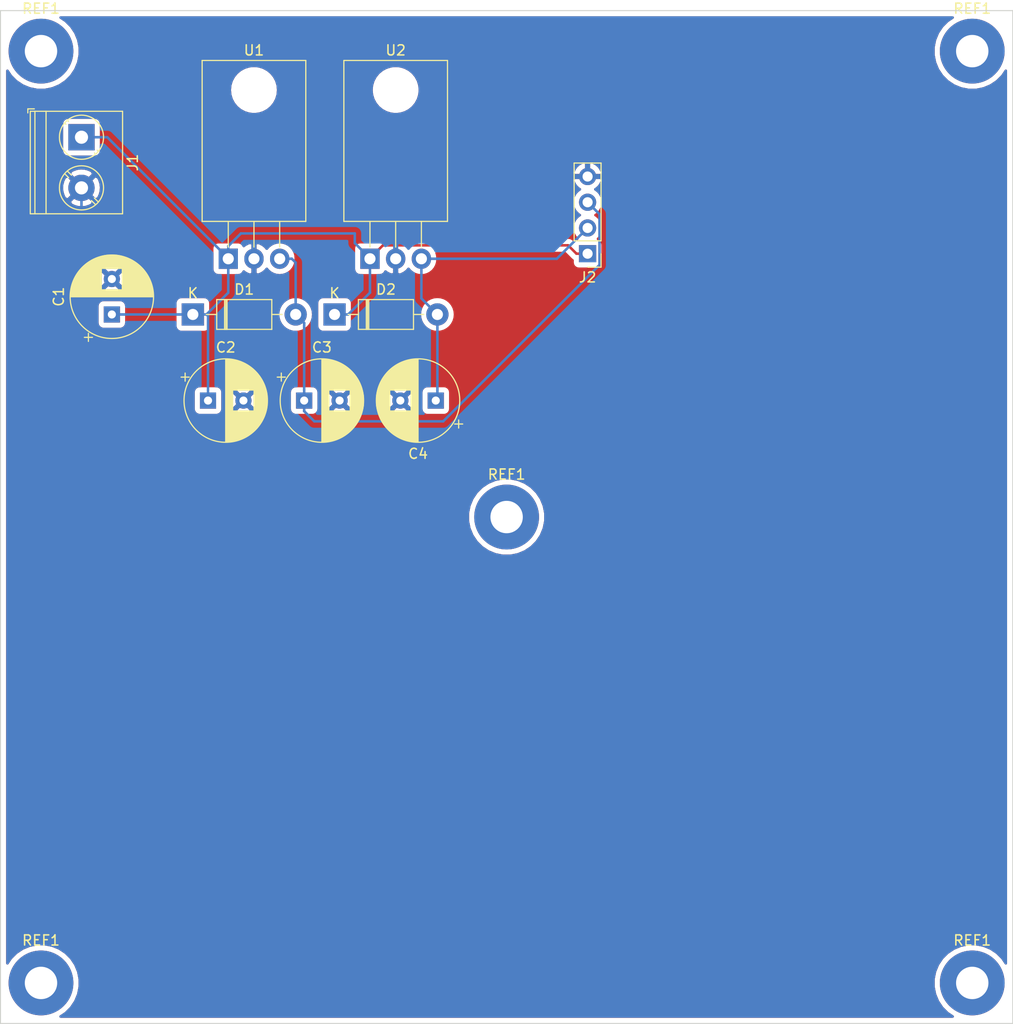
<source format=kicad_pcb>
(kicad_pcb (version 20171130) (host pcbnew "(5.1.4)-1")

  (general
    (thickness 1.6)
    (drawings 7)
    (tracks 44)
    (zones 0)
    (modules 15)
    (nets 5)
  )

  (page A4)
  (layers
    (0 F.Cu signal)
    (31 B.Cu signal)
    (32 B.Adhes user)
    (33 F.Adhes user)
    (34 B.Paste user)
    (35 F.Paste user)
    (36 B.SilkS user)
    (37 F.SilkS user)
    (38 B.Mask user)
    (39 F.Mask user)
    (40 Dwgs.User user)
    (41 Cmts.User user)
    (42 Eco1.User user)
    (43 Eco2.User user)
    (44 Edge.Cuts user)
    (45 Margin user)
    (46 B.CrtYd user)
    (47 F.CrtYd user)
    (48 B.Fab user)
    (49 F.Fab user hide)
  )

  (setup
    (last_trace_width 0.25)
    (trace_clearance 0.2)
    (zone_clearance 0.508)
    (zone_45_only no)
    (trace_min 0.2)
    (via_size 0.8)
    (via_drill 0.4)
    (via_min_size 0.4)
    (via_min_drill 0.3)
    (uvia_size 0.3)
    (uvia_drill 0.1)
    (uvias_allowed no)
    (uvia_min_size 0.2)
    (uvia_min_drill 0.1)
    (edge_width 0.05)
    (segment_width 0.2)
    (pcb_text_width 0.3)
    (pcb_text_size 1.5 1.5)
    (mod_edge_width 0.12)
    (mod_text_size 1 1)
    (mod_text_width 0.15)
    (pad_size 1.524 1.524)
    (pad_drill 0.762)
    (pad_to_mask_clearance 0.051)
    (solder_mask_min_width 0.25)
    (aux_axis_origin 0 0)
    (visible_elements FFFFFF7F)
    (pcbplotparams
      (layerselection 0x010fc_ffffffff)
      (usegerberextensions false)
      (usegerberattributes false)
      (usegerberadvancedattributes false)
      (creategerberjobfile false)
      (excludeedgelayer true)
      (linewidth 0.100000)
      (plotframeref false)
      (viasonmask false)
      (mode 1)
      (useauxorigin false)
      (hpglpennumber 1)
      (hpglpenspeed 20)
      (hpglpendiameter 15.000000)
      (psnegative false)
      (psa4output false)
      (plotreference true)
      (plotvalue true)
      (plotinvisibletext false)
      (padsonsilk false)
      (subtractmaskfromsilk false)
      (outputformat 1)
      (mirror false)
      (drillshape 1)
      (scaleselection 1)
      (outputdirectory ""))
  )

  (net 0 "")
  (net 1 GND)
  (net 2 +24V)
  (net 3 +5V)
  (net 4 +10V)

  (net_class Default "Esta es la clase de red por defecto."
    (clearance 0.2)
    (trace_width 0.25)
    (via_dia 0.8)
    (via_drill 0.4)
    (uvia_dia 0.3)
    (uvia_drill 0.1)
    (add_net +10V)
    (add_net +24V)
    (add_net +5V)
    (add_net GND)
  )

  (module MountingHole:MountingHole_3.2mm_M3_Pad (layer F.Cu) (tedit 56D1B4CB) (tstamp 60F7883F)
    (at 119 79)
    (descr "Mounting Hole 3.2mm, M3")
    (tags "mounting hole 3.2mm m3")
    (attr virtual)
    (fp_text reference REF1 (at 0 -4.2) (layer F.SilkS)
      (effects (font (size 1 1) (thickness 0.15)))
    )
    (fp_text value MountingHole_3.2mm_M3_Pad (at 0 4.2) (layer F.Fab)
      (effects (font (size 1 1) (thickness 0.15)))
    )
    (fp_text user %R (at 0.3 0) (layer F.Fab)
      (effects (font (size 1 1) (thickness 0.15)))
    )
    (fp_circle (center 0 0) (end 3.2 0) (layer Cmts.User) (width 0.15))
    (fp_circle (center 0 0) (end 3.45 0) (layer F.CrtYd) (width 0.05))
    (pad 1 thru_hole circle (at 0 0) (size 6.4 6.4) (drill 3.2) (layers *.Cu *.Mask))
  )

  (module MountingHole:MountingHole_3.2mm_M3_Pad (layer F.Cu) (tedit 56D1B4CB) (tstamp 60F7883F)
    (at 119 171)
    (descr "Mounting Hole 3.2mm, M3")
    (tags "mounting hole 3.2mm m3")
    (attr virtual)
    (fp_text reference REF1 (at 0 -4.2) (layer F.SilkS)
      (effects (font (size 1 1) (thickness 0.15)))
    )
    (fp_text value MountingHole_3.2mm_M3_Pad (at 0 4.2) (layer F.Fab)
      (effects (font (size 1 1) (thickness 0.15)))
    )
    (fp_text user %R (at 0.3 0) (layer F.Fab)
      (effects (font (size 1 1) (thickness 0.15)))
    )
    (fp_circle (center 0 0) (end 3.2 0) (layer Cmts.User) (width 0.15))
    (fp_circle (center 0 0) (end 3.45 0) (layer F.CrtYd) (width 0.05))
    (pad 1 thru_hole circle (at 0 0) (size 6.4 6.4) (drill 3.2) (layers *.Cu *.Mask))
  )

  (module MountingHole:MountingHole_3.2mm_M3_Pad (layer F.Cu) (tedit 56D1B4CB) (tstamp 60F7883F)
    (at 211 171)
    (descr "Mounting Hole 3.2mm, M3")
    (tags "mounting hole 3.2mm m3")
    (attr virtual)
    (fp_text reference REF1 (at 0 -4.2) (layer F.SilkS)
      (effects (font (size 1 1) (thickness 0.15)))
    )
    (fp_text value MountingHole_3.2mm_M3_Pad (at 0 4.2) (layer F.Fab)
      (effects (font (size 1 1) (thickness 0.15)))
    )
    (fp_text user %R (at 0.3 0) (layer F.Fab)
      (effects (font (size 1 1) (thickness 0.15)))
    )
    (fp_circle (center 0 0) (end 3.2 0) (layer Cmts.User) (width 0.15))
    (fp_circle (center 0 0) (end 3.45 0) (layer F.CrtYd) (width 0.05))
    (pad 1 thru_hole circle (at 0 0) (size 6.4 6.4) (drill 3.2) (layers *.Cu *.Mask))
  )

  (module MountingHole:MountingHole_3.2mm_M3_Pad (layer F.Cu) (tedit 56D1B4CB) (tstamp 60F7883F)
    (at 211 79)
    (descr "Mounting Hole 3.2mm, M3")
    (tags "mounting hole 3.2mm m3")
    (attr virtual)
    (fp_text reference REF1 (at 0 -4.2) (layer F.SilkS)
      (effects (font (size 1 1) (thickness 0.15)))
    )
    (fp_text value MountingHole_3.2mm_M3_Pad (at 0 4.2) (layer F.Fab)
      (effects (font (size 1 1) (thickness 0.15)))
    )
    (fp_text user %R (at 0.3 0) (layer F.Fab)
      (effects (font (size 1 1) (thickness 0.15)))
    )
    (fp_circle (center 0 0) (end 3.2 0) (layer Cmts.User) (width 0.15))
    (fp_circle (center 0 0) (end 3.45 0) (layer F.CrtYd) (width 0.05))
    (pad 1 thru_hole circle (at 0 0) (size 6.4 6.4) (drill 3.2) (layers *.Cu *.Mask))
  )

  (module MountingHole:MountingHole_3.2mm_M3_Pad (layer F.Cu) (tedit 56D1B4CB) (tstamp 60F787DB)
    (at 165 125)
    (descr "Mounting Hole 3.2mm, M3")
    (tags "mounting hole 3.2mm m3")
    (attr virtual)
    (fp_text reference REF1 (at 0 -4.2) (layer F.SilkS)
      (effects (font (size 1 1) (thickness 0.15)))
    )
    (fp_text value MountingHole_3.2mm_M3_Pad (at 0 4.2) (layer F.Fab)
      (effects (font (size 1 1) (thickness 0.15)))
    )
    (fp_circle (center 0 0) (end 3.45 0) (layer F.CrtYd) (width 0.05))
    (fp_circle (center 0 0) (end 3.2 0) (layer Cmts.User) (width 0.15))
    (fp_text user %R (at 0.3 0) (layer F.Fab)
      (effects (font (size 1 1) (thickness 0.15)))
    )
    (pad 1 thru_hole circle (at 0 0) (size 6.4 6.4) (drill 3.2) (layers *.Cu *.Mask))
  )

  (module Package_TO_SOT_THT:TO-220-3_Horizontal_TabDown (layer F.Cu) (tedit 5AC8BA0D) (tstamp 60F7814C)
    (at 151.5 99.5)
    (descr "TO-220-3, Horizontal, RM 2.54mm, see https://www.vishay.com/docs/66542/to-220-1.pdf")
    (tags "TO-220-3 Horizontal RM 2.54mm")
    (path /60F70DD1)
    (fp_text reference U2 (at 2.54 -20.58) (layer F.SilkS)
      (effects (font (size 1 1) (thickness 0.15)))
    )
    (fp_text value LM7810_TO220 (at 2.54 2) (layer F.Fab)
      (effects (font (size 1 1) (thickness 0.15)))
    )
    (fp_text user %R (at 2.54 -20.58) (layer F.Fab)
      (effects (font (size 1 1) (thickness 0.15)))
    )
    (fp_line (start 7.79 -19.71) (end -2.71 -19.71) (layer F.CrtYd) (width 0.05))
    (fp_line (start 7.79 1.25) (end 7.79 -19.71) (layer F.CrtYd) (width 0.05))
    (fp_line (start -2.71 1.25) (end 7.79 1.25) (layer F.CrtYd) (width 0.05))
    (fp_line (start -2.71 -19.71) (end -2.71 1.25) (layer F.CrtYd) (width 0.05))
    (fp_line (start 5.08 -3.69) (end 5.08 -1.15) (layer F.SilkS) (width 0.12))
    (fp_line (start 2.54 -3.69) (end 2.54 -1.15) (layer F.SilkS) (width 0.12))
    (fp_line (start 0 -3.69) (end 0 -1.15) (layer F.SilkS) (width 0.12))
    (fp_line (start 7.66 -19.58) (end 7.66 -3.69) (layer F.SilkS) (width 0.12))
    (fp_line (start -2.58 -19.58) (end -2.58 -3.69) (layer F.SilkS) (width 0.12))
    (fp_line (start -2.58 -19.58) (end 7.66 -19.58) (layer F.SilkS) (width 0.12))
    (fp_line (start -2.58 -3.69) (end 7.66 -3.69) (layer F.SilkS) (width 0.12))
    (fp_line (start 5.08 -3.81) (end 5.08 0) (layer F.Fab) (width 0.1))
    (fp_line (start 2.54 -3.81) (end 2.54 0) (layer F.Fab) (width 0.1))
    (fp_line (start 0 -3.81) (end 0 0) (layer F.Fab) (width 0.1))
    (fp_line (start 7.54 -3.81) (end -2.46 -3.81) (layer F.Fab) (width 0.1))
    (fp_line (start 7.54 -13.06) (end 7.54 -3.81) (layer F.Fab) (width 0.1))
    (fp_line (start -2.46 -13.06) (end 7.54 -13.06) (layer F.Fab) (width 0.1))
    (fp_line (start -2.46 -3.81) (end -2.46 -13.06) (layer F.Fab) (width 0.1))
    (fp_line (start 7.54 -13.06) (end -2.46 -13.06) (layer F.Fab) (width 0.1))
    (fp_line (start 7.54 -19.46) (end 7.54 -13.06) (layer F.Fab) (width 0.1))
    (fp_line (start -2.46 -19.46) (end 7.54 -19.46) (layer F.Fab) (width 0.1))
    (fp_line (start -2.46 -13.06) (end -2.46 -19.46) (layer F.Fab) (width 0.1))
    (fp_circle (center 2.54 -16.66) (end 4.39 -16.66) (layer F.Fab) (width 0.1))
    (pad 3 thru_hole oval (at 5.08 0) (size 1.905 2) (drill 1.1) (layers *.Cu *.Mask)
      (net 4 +10V))
    (pad 2 thru_hole oval (at 2.54 0) (size 1.905 2) (drill 1.1) (layers *.Cu *.Mask)
      (net 1 GND))
    (pad 1 thru_hole rect (at 0 0) (size 1.905 2) (drill 1.1) (layers *.Cu *.Mask)
      (net 2 +24V))
    (pad "" np_thru_hole oval (at 2.54 -16.66) (size 3.5 3.5) (drill 3.5) (layers *.Cu *.Mask))
    (model ${KISYS3DMOD}/Package_TO_SOT_THT.3dshapes/TO-220-3_Horizontal_TabDown.wrl
      (at (xyz 0 0 0))
      (scale (xyz 1 1 1))
      (rotate (xyz 0 0 0))
    )
  )

  (module Package_TO_SOT_THT:TO-220-3_Horizontal_TabDown (layer F.Cu) (tedit 5AC8BA0D) (tstamp 60F7812C)
    (at 137.5 99.5)
    (descr "TO-220-3, Horizontal, RM 2.54mm, see https://www.vishay.com/docs/66542/to-220-1.pdf")
    (tags "TO-220-3 Horizontal RM 2.54mm")
    (path /60F6F747)
    (fp_text reference U1 (at 2.54 -20.58) (layer F.SilkS)
      (effects (font (size 1 1) (thickness 0.15)))
    )
    (fp_text value LM7805_TO220 (at 2.54 2) (layer F.Fab)
      (effects (font (size 1 1) (thickness 0.15)))
    )
    (fp_text user %R (at 2.54 -20.58) (layer F.Fab)
      (effects (font (size 1 1) (thickness 0.15)))
    )
    (fp_line (start 7.79 -19.71) (end -2.71 -19.71) (layer F.CrtYd) (width 0.05))
    (fp_line (start 7.79 1.25) (end 7.79 -19.71) (layer F.CrtYd) (width 0.05))
    (fp_line (start -2.71 1.25) (end 7.79 1.25) (layer F.CrtYd) (width 0.05))
    (fp_line (start -2.71 -19.71) (end -2.71 1.25) (layer F.CrtYd) (width 0.05))
    (fp_line (start 5.08 -3.69) (end 5.08 -1.15) (layer F.SilkS) (width 0.12))
    (fp_line (start 2.54 -3.69) (end 2.54 -1.15) (layer F.SilkS) (width 0.12))
    (fp_line (start 0 -3.69) (end 0 -1.15) (layer F.SilkS) (width 0.12))
    (fp_line (start 7.66 -19.58) (end 7.66 -3.69) (layer F.SilkS) (width 0.12))
    (fp_line (start -2.58 -19.58) (end -2.58 -3.69) (layer F.SilkS) (width 0.12))
    (fp_line (start -2.58 -19.58) (end 7.66 -19.58) (layer F.SilkS) (width 0.12))
    (fp_line (start -2.58 -3.69) (end 7.66 -3.69) (layer F.SilkS) (width 0.12))
    (fp_line (start 5.08 -3.81) (end 5.08 0) (layer F.Fab) (width 0.1))
    (fp_line (start 2.54 -3.81) (end 2.54 0) (layer F.Fab) (width 0.1))
    (fp_line (start 0 -3.81) (end 0 0) (layer F.Fab) (width 0.1))
    (fp_line (start 7.54 -3.81) (end -2.46 -3.81) (layer F.Fab) (width 0.1))
    (fp_line (start 7.54 -13.06) (end 7.54 -3.81) (layer F.Fab) (width 0.1))
    (fp_line (start -2.46 -13.06) (end 7.54 -13.06) (layer F.Fab) (width 0.1))
    (fp_line (start -2.46 -3.81) (end -2.46 -13.06) (layer F.Fab) (width 0.1))
    (fp_line (start 7.54 -13.06) (end -2.46 -13.06) (layer F.Fab) (width 0.1))
    (fp_line (start 7.54 -19.46) (end 7.54 -13.06) (layer F.Fab) (width 0.1))
    (fp_line (start -2.46 -19.46) (end 7.54 -19.46) (layer F.Fab) (width 0.1))
    (fp_line (start -2.46 -13.06) (end -2.46 -19.46) (layer F.Fab) (width 0.1))
    (fp_circle (center 2.54 -16.66) (end 4.39 -16.66) (layer F.Fab) (width 0.1))
    (pad 3 thru_hole oval (at 5.08 0) (size 1.905 2) (drill 1.1) (layers *.Cu *.Mask)
      (net 3 +5V))
    (pad 2 thru_hole oval (at 2.54 0) (size 1.905 2) (drill 1.1) (layers *.Cu *.Mask)
      (net 1 GND))
    (pad 1 thru_hole rect (at 0 0) (size 1.905 2) (drill 1.1) (layers *.Cu *.Mask)
      (net 2 +24V))
    (pad "" np_thru_hole oval (at 2.54 -16.66) (size 3.5 3.5) (drill 3.5) (layers *.Cu *.Mask))
    (model ${KISYS3DMOD}/Package_TO_SOT_THT.3dshapes/TO-220-3_Horizontal_TabDown.wrl
      (at (xyz 0 0 0))
      (scale (xyz 1 1 1))
      (rotate (xyz 0 0 0))
    )
  )

  (module Connector_PinHeader_2.54mm:PinHeader_1x04_P2.54mm_Vertical (layer F.Cu) (tedit 59FED5CC) (tstamp 60F7810C)
    (at 173 99 180)
    (descr "Through hole straight pin header, 1x04, 2.54mm pitch, single row")
    (tags "Through hole pin header THT 1x04 2.54mm single row")
    (path /60F83355)
    (fp_text reference J2 (at 0 -2.33) (layer F.SilkS)
      (effects (font (size 1 1) (thickness 0.15)))
    )
    (fp_text value Conn_01x04_Male (at 0 9.95) (layer F.Fab)
      (effects (font (size 1 1) (thickness 0.15)))
    )
    (fp_text user %R (at 0 3.81 90) (layer F.Fab)
      (effects (font (size 1 1) (thickness 0.15)))
    )
    (fp_line (start 1.8 -1.8) (end -1.8 -1.8) (layer F.CrtYd) (width 0.05))
    (fp_line (start 1.8 9.4) (end 1.8 -1.8) (layer F.CrtYd) (width 0.05))
    (fp_line (start -1.8 9.4) (end 1.8 9.4) (layer F.CrtYd) (width 0.05))
    (fp_line (start -1.8 -1.8) (end -1.8 9.4) (layer F.CrtYd) (width 0.05))
    (fp_line (start -1.33 -1.33) (end 0 -1.33) (layer F.SilkS) (width 0.12))
    (fp_line (start -1.33 0) (end -1.33 -1.33) (layer F.SilkS) (width 0.12))
    (fp_line (start -1.33 1.27) (end 1.33 1.27) (layer F.SilkS) (width 0.12))
    (fp_line (start 1.33 1.27) (end 1.33 8.95) (layer F.SilkS) (width 0.12))
    (fp_line (start -1.33 1.27) (end -1.33 8.95) (layer F.SilkS) (width 0.12))
    (fp_line (start -1.33 8.95) (end 1.33 8.95) (layer F.SilkS) (width 0.12))
    (fp_line (start -1.27 -0.635) (end -0.635 -1.27) (layer F.Fab) (width 0.1))
    (fp_line (start -1.27 8.89) (end -1.27 -0.635) (layer F.Fab) (width 0.1))
    (fp_line (start 1.27 8.89) (end -1.27 8.89) (layer F.Fab) (width 0.1))
    (fp_line (start 1.27 -1.27) (end 1.27 8.89) (layer F.Fab) (width 0.1))
    (fp_line (start -0.635 -1.27) (end 1.27 -1.27) (layer F.Fab) (width 0.1))
    (pad 4 thru_hole oval (at 0 7.62 180) (size 1.7 1.7) (drill 1) (layers *.Cu *.Mask)
      (net 1 GND))
    (pad 3 thru_hole oval (at 0 5.08 180) (size 1.7 1.7) (drill 1) (layers *.Cu *.Mask)
      (net 3 +5V))
    (pad 2 thru_hole oval (at 0 2.54 180) (size 1.7 1.7) (drill 1) (layers *.Cu *.Mask)
      (net 4 +10V))
    (pad 1 thru_hole rect (at 0 0 180) (size 1.7 1.7) (drill 1) (layers *.Cu *.Mask)
      (net 2 +24V))
    (model ${KISYS3DMOD}/Connector_PinHeader_2.54mm.3dshapes/PinHeader_1x04_P2.54mm_Vertical.wrl
      (at (xyz 0 0 0))
      (scale (xyz 1 1 1))
      (rotate (xyz 0 0 0))
    )
  )

  (module BorneraTornillos:TerminalBlock_Phoenix_PT-1,5-2-5.0-H_1x02_P5.00mm_Horizontal (layer F.Cu) (tedit 60F70C8D) (tstamp 60F780F4)
    (at 123 87.5 270)
    (descr "Terminal Block Phoenix PT-1,5-2-5.0-H, 2 pins, pitch 5mm, size 10x9mm^2, drill diamater 1.3mm, pad diameter 2.6mm, see http://www.mouser.com/ds/2/324/ItemDetail_1935161-922578.pdf, script-generated using https://github.com/pointhi/kicad-footprint-generator/scripts/TerminalBlock_Phoenix")
    (tags "THT Terminal Block Phoenix PT-1,5-2-5.0-H pitch 5mm size 10x9mm^2 drill 1.3mm pad 2.6mm")
    (path /60F72767)
    (fp_text reference J1 (at 2.5 -5.06 90) (layer F.SilkS)
      (effects (font (size 1 1) (thickness 0.15)))
    )
    (fp_text value Screw_Terminal_01x02 (at 2.5 6.06 90) (layer F.Fab)
      (effects (font (size 1 1) (thickness 0.15)))
    )
    (fp_circle (center 0 0) (end 2 0) (layer F.Fab) (width 0.1))
    (fp_circle (center 0 0) (end 2.18 0) (layer F.SilkS) (width 0.12))
    (fp_circle (center 5 0) (end 7 0) (layer F.Fab) (width 0.1))
    (fp_circle (center 5 0) (end 7.18 0) (layer F.SilkS) (width 0.12))
    (fp_line (start -2.5 -4) (end 7.5 -4) (layer F.Fab) (width 0.1))
    (fp_line (start 7.5 -4) (end 7.5 5) (layer F.Fab) (width 0.1))
    (fp_line (start 7.5 5) (end -2.1 5) (layer F.Fab) (width 0.1))
    (fp_line (start -2.1 5) (end -2.5 4.6) (layer F.Fab) (width 0.1))
    (fp_line (start -2.5 4.6) (end -2.5 -4) (layer F.Fab) (width 0.1))
    (fp_line (start -2.5 4.6) (end 7.5 4.6) (layer F.Fab) (width 0.1))
    (fp_line (start -2.56 4.6) (end 7.56 4.6) (layer F.SilkS) (width 0.12))
    (fp_line (start -2.5 3.5) (end 7.5 3.5) (layer F.Fab) (width 0.1))
    (fp_line (start -2.56 3.5) (end 7.56 3.5) (layer F.SilkS) (width 0.12))
    (fp_line (start -2.56 -4.06) (end 7.56 -4.06) (layer F.SilkS) (width 0.12))
    (fp_line (start -2.56 5.06) (end 7.56 5.06) (layer F.SilkS) (width 0.12))
    (fp_line (start -2.56 -4.06) (end -2.56 5.06) (layer F.SilkS) (width 0.12))
    (fp_line (start 7.56 -4.06) (end 7.56 5.06) (layer F.SilkS) (width 0.12))
    (fp_line (start 1.517 -1.273) (end -1.273 1.517) (layer F.Fab) (width 0.1))
    (fp_line (start 1.273 -1.517) (end -1.517 1.273) (layer F.Fab) (width 0.1))
    (fp_line (start 1.654 -1.388) (end 1.547 -1.281) (layer F.SilkS) (width 0.12))
    (fp_line (start -1.282 1.547) (end -1.388 1.654) (layer F.SilkS) (width 0.12))
    (fp_line (start 1.388 -1.654) (end 1.281 -1.547) (layer F.SilkS) (width 0.12))
    (fp_line (start -1.548 1.281) (end -1.654 1.388) (layer F.SilkS) (width 0.12))
    (fp_line (start 6.517 -1.273) (end 3.728 1.517) (layer F.Fab) (width 0.1))
    (fp_line (start 6.273 -1.517) (end 3.484 1.273) (layer F.Fab) (width 0.1))
    (fp_line (start 6.654 -1.388) (end 6.259 -0.992) (layer F.SilkS) (width 0.12))
    (fp_line (start 3.993 1.274) (end 3.613 1.654) (layer F.SilkS) (width 0.12))
    (fp_line (start 6.388 -1.654) (end 6.008 -1.274) (layer F.SilkS) (width 0.12))
    (fp_line (start 3.742 0.992) (end 3.347 1.388) (layer F.SilkS) (width 0.12))
    (fp_line (start -2.8 4.66) (end -2.8 5.3) (layer F.SilkS) (width 0.12))
    (fp_line (start -2.8 5.3) (end -2.4 5.3) (layer F.SilkS) (width 0.12))
    (fp_line (start -3 -4.5) (end -3 5.5) (layer F.CrtYd) (width 0.05))
    (fp_line (start -3 5.5) (end 8 5.5) (layer F.CrtYd) (width 0.05))
    (fp_line (start 8 5.5) (end 8 -4.5) (layer F.CrtYd) (width 0.05))
    (fp_line (start 8 -4.5) (end -3 -4.5) (layer F.CrtYd) (width 0.05))
    (fp_text user %R (at 2.5 2.9 90) (layer F.Fab)
      (effects (font (size 1 1) (thickness 0.15)))
    )
    (pad 1 thru_hole rect (at 0 0 270) (size 2.6 2.6) (drill 1.3) (layers *.Cu *.Mask)
      (net 2 +24V))
    (pad 2 thru_hole circle (at 5 0 270) (size 2.6 2.6) (drill 1.3) (layers *.Cu *.Mask)
      (net 1 GND))
    (model ${KISYS3DMOD}/TerminalBlock_Phoenix.3dshapes/TerminalBlock_Phoenix_PT-1,5-2-5.0-H_1x02_P5.00mm_Horizontal.wrl
      (at (xyz 0 0 0))
      (scale (xyz 1 1 1))
      (rotate (xyz 0 0 0))
    )
    (model "${KIPRJMOD}/Modelos 3d/TerminalBlock_Phoenix_MKDS-3-2-5.08_1x02_P5.08mm_Horizontal.wrl"
      (at (xyz 0 0 0))
      (scale (xyz 1 1 1))
      (rotate (xyz 0 0 0))
    )
  )

  (module Diode_THT:D_DO-41_SOD81_P10.16mm_Horizontal (layer F.Cu) (tedit 5AE50CD5) (tstamp 60F780CA)
    (at 148 105)
    (descr "Diode, DO-41_SOD81 series, Axial, Horizontal, pin pitch=10.16mm, , length*diameter=5.2*2.7mm^2, , http://www.diodes.com/_files/packages/DO-41%20(Plastic).pdf")
    (tags "Diode DO-41_SOD81 series Axial Horizontal pin pitch 10.16mm  length 5.2mm diameter 2.7mm")
    (path /60F7BB1C)
    (fp_text reference D2 (at 5.08 -2.47) (layer F.SilkS)
      (effects (font (size 1 1) (thickness 0.15)))
    )
    (fp_text value 1N4007 (at 5.08 2.47) (layer F.Fab)
      (effects (font (size 1 1) (thickness 0.15)))
    )
    (fp_text user K (at 0 -2.1) (layer F.SilkS)
      (effects (font (size 1 1) (thickness 0.15)))
    )
    (fp_text user K (at 0 -2.1) (layer F.Fab)
      (effects (font (size 1 1) (thickness 0.15)))
    )
    (fp_text user %R (at 5.47 0) (layer F.Fab)
      (effects (font (size 1 1) (thickness 0.15)))
    )
    (fp_line (start 11.51 -1.6) (end -1.35 -1.6) (layer F.CrtYd) (width 0.05))
    (fp_line (start 11.51 1.6) (end 11.51 -1.6) (layer F.CrtYd) (width 0.05))
    (fp_line (start -1.35 1.6) (end 11.51 1.6) (layer F.CrtYd) (width 0.05))
    (fp_line (start -1.35 -1.6) (end -1.35 1.6) (layer F.CrtYd) (width 0.05))
    (fp_line (start 3.14 -1.47) (end 3.14 1.47) (layer F.SilkS) (width 0.12))
    (fp_line (start 3.38 -1.47) (end 3.38 1.47) (layer F.SilkS) (width 0.12))
    (fp_line (start 3.26 -1.47) (end 3.26 1.47) (layer F.SilkS) (width 0.12))
    (fp_line (start 8.82 0) (end 7.8 0) (layer F.SilkS) (width 0.12))
    (fp_line (start 1.34 0) (end 2.36 0) (layer F.SilkS) (width 0.12))
    (fp_line (start 7.8 -1.47) (end 2.36 -1.47) (layer F.SilkS) (width 0.12))
    (fp_line (start 7.8 1.47) (end 7.8 -1.47) (layer F.SilkS) (width 0.12))
    (fp_line (start 2.36 1.47) (end 7.8 1.47) (layer F.SilkS) (width 0.12))
    (fp_line (start 2.36 -1.47) (end 2.36 1.47) (layer F.SilkS) (width 0.12))
    (fp_line (start 3.16 -1.35) (end 3.16 1.35) (layer F.Fab) (width 0.1))
    (fp_line (start 3.36 -1.35) (end 3.36 1.35) (layer F.Fab) (width 0.1))
    (fp_line (start 3.26 -1.35) (end 3.26 1.35) (layer F.Fab) (width 0.1))
    (fp_line (start 10.16 0) (end 7.68 0) (layer F.Fab) (width 0.1))
    (fp_line (start 0 0) (end 2.48 0) (layer F.Fab) (width 0.1))
    (fp_line (start 7.68 -1.35) (end 2.48 -1.35) (layer F.Fab) (width 0.1))
    (fp_line (start 7.68 1.35) (end 7.68 -1.35) (layer F.Fab) (width 0.1))
    (fp_line (start 2.48 1.35) (end 7.68 1.35) (layer F.Fab) (width 0.1))
    (fp_line (start 2.48 -1.35) (end 2.48 1.35) (layer F.Fab) (width 0.1))
    (pad 2 thru_hole oval (at 10.16 0) (size 2.2 2.2) (drill 1.1) (layers *.Cu *.Mask)
      (net 4 +10V))
    (pad 1 thru_hole rect (at 0 0) (size 2.2 2.2) (drill 1.1) (layers *.Cu *.Mask)
      (net 2 +24V))
    (model ${KISYS3DMOD}/Diode_THT.3dshapes/D_DO-41_SOD81_P10.16mm_Horizontal.wrl
      (at (xyz 0 0 0))
      (scale (xyz 1 1 1))
      (rotate (xyz 0 0 0))
    )
  )

  (module Diode_THT:D_DO-41_SOD81_P10.16mm_Horizontal (layer F.Cu) (tedit 5AE50CD5) (tstamp 60F780AB)
    (at 134 105)
    (descr "Diode, DO-41_SOD81 series, Axial, Horizontal, pin pitch=10.16mm, , length*diameter=5.2*2.7mm^2, , http://www.diodes.com/_files/packages/DO-41%20(Plastic).pdf")
    (tags "Diode DO-41_SOD81 series Axial Horizontal pin pitch 10.16mm  length 5.2mm diameter 2.7mm")
    (path /60F7F9C2)
    (fp_text reference D1 (at 5.08 -2.47) (layer F.SilkS)
      (effects (font (size 1 1) (thickness 0.15)))
    )
    (fp_text value 1N4007 (at 5.08 2.47) (layer F.Fab)
      (effects (font (size 1 1) (thickness 0.15)))
    )
    (fp_text user K (at 0 -2.1) (layer F.SilkS)
      (effects (font (size 1 1) (thickness 0.15)))
    )
    (fp_text user K (at 0 -2.1) (layer F.Fab)
      (effects (font (size 1 1) (thickness 0.15)))
    )
    (fp_text user %R (at 5.47 0) (layer F.Fab)
      (effects (font (size 1 1) (thickness 0.15)))
    )
    (fp_line (start 11.51 -1.6) (end -1.35 -1.6) (layer F.CrtYd) (width 0.05))
    (fp_line (start 11.51 1.6) (end 11.51 -1.6) (layer F.CrtYd) (width 0.05))
    (fp_line (start -1.35 1.6) (end 11.51 1.6) (layer F.CrtYd) (width 0.05))
    (fp_line (start -1.35 -1.6) (end -1.35 1.6) (layer F.CrtYd) (width 0.05))
    (fp_line (start 3.14 -1.47) (end 3.14 1.47) (layer F.SilkS) (width 0.12))
    (fp_line (start 3.38 -1.47) (end 3.38 1.47) (layer F.SilkS) (width 0.12))
    (fp_line (start 3.26 -1.47) (end 3.26 1.47) (layer F.SilkS) (width 0.12))
    (fp_line (start 8.82 0) (end 7.8 0) (layer F.SilkS) (width 0.12))
    (fp_line (start 1.34 0) (end 2.36 0) (layer F.SilkS) (width 0.12))
    (fp_line (start 7.8 -1.47) (end 2.36 -1.47) (layer F.SilkS) (width 0.12))
    (fp_line (start 7.8 1.47) (end 7.8 -1.47) (layer F.SilkS) (width 0.12))
    (fp_line (start 2.36 1.47) (end 7.8 1.47) (layer F.SilkS) (width 0.12))
    (fp_line (start 2.36 -1.47) (end 2.36 1.47) (layer F.SilkS) (width 0.12))
    (fp_line (start 3.16 -1.35) (end 3.16 1.35) (layer F.Fab) (width 0.1))
    (fp_line (start 3.36 -1.35) (end 3.36 1.35) (layer F.Fab) (width 0.1))
    (fp_line (start 3.26 -1.35) (end 3.26 1.35) (layer F.Fab) (width 0.1))
    (fp_line (start 10.16 0) (end 7.68 0) (layer F.Fab) (width 0.1))
    (fp_line (start 0 0) (end 2.48 0) (layer F.Fab) (width 0.1))
    (fp_line (start 7.68 -1.35) (end 2.48 -1.35) (layer F.Fab) (width 0.1))
    (fp_line (start 7.68 1.35) (end 7.68 -1.35) (layer F.Fab) (width 0.1))
    (fp_line (start 2.48 1.35) (end 7.68 1.35) (layer F.Fab) (width 0.1))
    (fp_line (start 2.48 -1.35) (end 2.48 1.35) (layer F.Fab) (width 0.1))
    (pad 2 thru_hole oval (at 10.16 0) (size 2.2 2.2) (drill 1.1) (layers *.Cu *.Mask)
      (net 3 +5V))
    (pad 1 thru_hole rect (at 0 0) (size 2.2 2.2) (drill 1.1) (layers *.Cu *.Mask)
      (net 2 +24V))
    (model ${KISYS3DMOD}/Diode_THT.3dshapes/D_DO-41_SOD81_P10.16mm_Horizontal.wrl
      (at (xyz 0 0 0))
      (scale (xyz 1 1 1))
      (rotate (xyz 0 0 0))
    )
  )

  (module Capacitor_THT:CP_Radial_D8.0mm_P3.50mm (layer F.Cu) (tedit 5AE50EF0) (tstamp 60F7808C)
    (at 158 113.5 180)
    (descr "CP, Radial series, Radial, pin pitch=3.50mm, , diameter=8mm, Electrolytic Capacitor")
    (tags "CP Radial series Radial pin pitch 3.50mm  diameter 8mm Electrolytic Capacitor")
    (path /60F77C52)
    (fp_text reference C4 (at 1.75 -5.25) (layer F.SilkS)
      (effects (font (size 1 1) (thickness 0.15)))
    )
    (fp_text value CP (at 1.75 5.25) (layer F.Fab)
      (effects (font (size 1 1) (thickness 0.15)))
    )
    (fp_text user %R (at 1.75 0) (layer F.Fab)
      (effects (font (size 1 1) (thickness 0.15)))
    )
    (fp_line (start -2.259698 -2.715) (end -2.259698 -1.915) (layer F.SilkS) (width 0.12))
    (fp_line (start -2.659698 -2.315) (end -1.859698 -2.315) (layer F.SilkS) (width 0.12))
    (fp_line (start 5.831 -0.533) (end 5.831 0.533) (layer F.SilkS) (width 0.12))
    (fp_line (start 5.791 -0.768) (end 5.791 0.768) (layer F.SilkS) (width 0.12))
    (fp_line (start 5.751 -0.948) (end 5.751 0.948) (layer F.SilkS) (width 0.12))
    (fp_line (start 5.711 -1.098) (end 5.711 1.098) (layer F.SilkS) (width 0.12))
    (fp_line (start 5.671 -1.229) (end 5.671 1.229) (layer F.SilkS) (width 0.12))
    (fp_line (start 5.631 -1.346) (end 5.631 1.346) (layer F.SilkS) (width 0.12))
    (fp_line (start 5.591 -1.453) (end 5.591 1.453) (layer F.SilkS) (width 0.12))
    (fp_line (start 5.551 -1.552) (end 5.551 1.552) (layer F.SilkS) (width 0.12))
    (fp_line (start 5.511 -1.645) (end 5.511 1.645) (layer F.SilkS) (width 0.12))
    (fp_line (start 5.471 -1.731) (end 5.471 1.731) (layer F.SilkS) (width 0.12))
    (fp_line (start 5.431 -1.813) (end 5.431 1.813) (layer F.SilkS) (width 0.12))
    (fp_line (start 5.391 -1.89) (end 5.391 1.89) (layer F.SilkS) (width 0.12))
    (fp_line (start 5.351 -1.964) (end 5.351 1.964) (layer F.SilkS) (width 0.12))
    (fp_line (start 5.311 -2.034) (end 5.311 2.034) (layer F.SilkS) (width 0.12))
    (fp_line (start 5.271 -2.102) (end 5.271 2.102) (layer F.SilkS) (width 0.12))
    (fp_line (start 5.231 -2.166) (end 5.231 2.166) (layer F.SilkS) (width 0.12))
    (fp_line (start 5.191 -2.228) (end 5.191 2.228) (layer F.SilkS) (width 0.12))
    (fp_line (start 5.151 -2.287) (end 5.151 2.287) (layer F.SilkS) (width 0.12))
    (fp_line (start 5.111 -2.345) (end 5.111 2.345) (layer F.SilkS) (width 0.12))
    (fp_line (start 5.071 -2.4) (end 5.071 2.4) (layer F.SilkS) (width 0.12))
    (fp_line (start 5.031 -2.454) (end 5.031 2.454) (layer F.SilkS) (width 0.12))
    (fp_line (start 4.991 -2.505) (end 4.991 2.505) (layer F.SilkS) (width 0.12))
    (fp_line (start 4.951 -2.556) (end 4.951 2.556) (layer F.SilkS) (width 0.12))
    (fp_line (start 4.911 -2.604) (end 4.911 2.604) (layer F.SilkS) (width 0.12))
    (fp_line (start 4.871 -2.651) (end 4.871 2.651) (layer F.SilkS) (width 0.12))
    (fp_line (start 4.831 -2.697) (end 4.831 2.697) (layer F.SilkS) (width 0.12))
    (fp_line (start 4.791 -2.741) (end 4.791 2.741) (layer F.SilkS) (width 0.12))
    (fp_line (start 4.751 -2.784) (end 4.751 2.784) (layer F.SilkS) (width 0.12))
    (fp_line (start 4.711 -2.826) (end 4.711 2.826) (layer F.SilkS) (width 0.12))
    (fp_line (start 4.671 -2.867) (end 4.671 2.867) (layer F.SilkS) (width 0.12))
    (fp_line (start 4.631 -2.907) (end 4.631 2.907) (layer F.SilkS) (width 0.12))
    (fp_line (start 4.591 -2.945) (end 4.591 2.945) (layer F.SilkS) (width 0.12))
    (fp_line (start 4.551 -2.983) (end 4.551 2.983) (layer F.SilkS) (width 0.12))
    (fp_line (start 4.511 1.04) (end 4.511 3.019) (layer F.SilkS) (width 0.12))
    (fp_line (start 4.511 -3.019) (end 4.511 -1.04) (layer F.SilkS) (width 0.12))
    (fp_line (start 4.471 1.04) (end 4.471 3.055) (layer F.SilkS) (width 0.12))
    (fp_line (start 4.471 -3.055) (end 4.471 -1.04) (layer F.SilkS) (width 0.12))
    (fp_line (start 4.431 1.04) (end 4.431 3.09) (layer F.SilkS) (width 0.12))
    (fp_line (start 4.431 -3.09) (end 4.431 -1.04) (layer F.SilkS) (width 0.12))
    (fp_line (start 4.391 1.04) (end 4.391 3.124) (layer F.SilkS) (width 0.12))
    (fp_line (start 4.391 -3.124) (end 4.391 -1.04) (layer F.SilkS) (width 0.12))
    (fp_line (start 4.351 1.04) (end 4.351 3.156) (layer F.SilkS) (width 0.12))
    (fp_line (start 4.351 -3.156) (end 4.351 -1.04) (layer F.SilkS) (width 0.12))
    (fp_line (start 4.311 1.04) (end 4.311 3.189) (layer F.SilkS) (width 0.12))
    (fp_line (start 4.311 -3.189) (end 4.311 -1.04) (layer F.SilkS) (width 0.12))
    (fp_line (start 4.271 1.04) (end 4.271 3.22) (layer F.SilkS) (width 0.12))
    (fp_line (start 4.271 -3.22) (end 4.271 -1.04) (layer F.SilkS) (width 0.12))
    (fp_line (start 4.231 1.04) (end 4.231 3.25) (layer F.SilkS) (width 0.12))
    (fp_line (start 4.231 -3.25) (end 4.231 -1.04) (layer F.SilkS) (width 0.12))
    (fp_line (start 4.191 1.04) (end 4.191 3.28) (layer F.SilkS) (width 0.12))
    (fp_line (start 4.191 -3.28) (end 4.191 -1.04) (layer F.SilkS) (width 0.12))
    (fp_line (start 4.151 1.04) (end 4.151 3.309) (layer F.SilkS) (width 0.12))
    (fp_line (start 4.151 -3.309) (end 4.151 -1.04) (layer F.SilkS) (width 0.12))
    (fp_line (start 4.111 1.04) (end 4.111 3.338) (layer F.SilkS) (width 0.12))
    (fp_line (start 4.111 -3.338) (end 4.111 -1.04) (layer F.SilkS) (width 0.12))
    (fp_line (start 4.071 1.04) (end 4.071 3.365) (layer F.SilkS) (width 0.12))
    (fp_line (start 4.071 -3.365) (end 4.071 -1.04) (layer F.SilkS) (width 0.12))
    (fp_line (start 4.031 1.04) (end 4.031 3.392) (layer F.SilkS) (width 0.12))
    (fp_line (start 4.031 -3.392) (end 4.031 -1.04) (layer F.SilkS) (width 0.12))
    (fp_line (start 3.991 1.04) (end 3.991 3.418) (layer F.SilkS) (width 0.12))
    (fp_line (start 3.991 -3.418) (end 3.991 -1.04) (layer F.SilkS) (width 0.12))
    (fp_line (start 3.951 1.04) (end 3.951 3.444) (layer F.SilkS) (width 0.12))
    (fp_line (start 3.951 -3.444) (end 3.951 -1.04) (layer F.SilkS) (width 0.12))
    (fp_line (start 3.911 1.04) (end 3.911 3.469) (layer F.SilkS) (width 0.12))
    (fp_line (start 3.911 -3.469) (end 3.911 -1.04) (layer F.SilkS) (width 0.12))
    (fp_line (start 3.871 1.04) (end 3.871 3.493) (layer F.SilkS) (width 0.12))
    (fp_line (start 3.871 -3.493) (end 3.871 -1.04) (layer F.SilkS) (width 0.12))
    (fp_line (start 3.831 1.04) (end 3.831 3.517) (layer F.SilkS) (width 0.12))
    (fp_line (start 3.831 -3.517) (end 3.831 -1.04) (layer F.SilkS) (width 0.12))
    (fp_line (start 3.791 1.04) (end 3.791 3.54) (layer F.SilkS) (width 0.12))
    (fp_line (start 3.791 -3.54) (end 3.791 -1.04) (layer F.SilkS) (width 0.12))
    (fp_line (start 3.751 1.04) (end 3.751 3.562) (layer F.SilkS) (width 0.12))
    (fp_line (start 3.751 -3.562) (end 3.751 -1.04) (layer F.SilkS) (width 0.12))
    (fp_line (start 3.711 1.04) (end 3.711 3.584) (layer F.SilkS) (width 0.12))
    (fp_line (start 3.711 -3.584) (end 3.711 -1.04) (layer F.SilkS) (width 0.12))
    (fp_line (start 3.671 1.04) (end 3.671 3.606) (layer F.SilkS) (width 0.12))
    (fp_line (start 3.671 -3.606) (end 3.671 -1.04) (layer F.SilkS) (width 0.12))
    (fp_line (start 3.631 1.04) (end 3.631 3.627) (layer F.SilkS) (width 0.12))
    (fp_line (start 3.631 -3.627) (end 3.631 -1.04) (layer F.SilkS) (width 0.12))
    (fp_line (start 3.591 1.04) (end 3.591 3.647) (layer F.SilkS) (width 0.12))
    (fp_line (start 3.591 -3.647) (end 3.591 -1.04) (layer F.SilkS) (width 0.12))
    (fp_line (start 3.551 1.04) (end 3.551 3.666) (layer F.SilkS) (width 0.12))
    (fp_line (start 3.551 -3.666) (end 3.551 -1.04) (layer F.SilkS) (width 0.12))
    (fp_line (start 3.511 1.04) (end 3.511 3.686) (layer F.SilkS) (width 0.12))
    (fp_line (start 3.511 -3.686) (end 3.511 -1.04) (layer F.SilkS) (width 0.12))
    (fp_line (start 3.471 1.04) (end 3.471 3.704) (layer F.SilkS) (width 0.12))
    (fp_line (start 3.471 -3.704) (end 3.471 -1.04) (layer F.SilkS) (width 0.12))
    (fp_line (start 3.431 1.04) (end 3.431 3.722) (layer F.SilkS) (width 0.12))
    (fp_line (start 3.431 -3.722) (end 3.431 -1.04) (layer F.SilkS) (width 0.12))
    (fp_line (start 3.391 1.04) (end 3.391 3.74) (layer F.SilkS) (width 0.12))
    (fp_line (start 3.391 -3.74) (end 3.391 -1.04) (layer F.SilkS) (width 0.12))
    (fp_line (start 3.351 1.04) (end 3.351 3.757) (layer F.SilkS) (width 0.12))
    (fp_line (start 3.351 -3.757) (end 3.351 -1.04) (layer F.SilkS) (width 0.12))
    (fp_line (start 3.311 1.04) (end 3.311 3.774) (layer F.SilkS) (width 0.12))
    (fp_line (start 3.311 -3.774) (end 3.311 -1.04) (layer F.SilkS) (width 0.12))
    (fp_line (start 3.271 1.04) (end 3.271 3.79) (layer F.SilkS) (width 0.12))
    (fp_line (start 3.271 -3.79) (end 3.271 -1.04) (layer F.SilkS) (width 0.12))
    (fp_line (start 3.231 1.04) (end 3.231 3.805) (layer F.SilkS) (width 0.12))
    (fp_line (start 3.231 -3.805) (end 3.231 -1.04) (layer F.SilkS) (width 0.12))
    (fp_line (start 3.191 1.04) (end 3.191 3.821) (layer F.SilkS) (width 0.12))
    (fp_line (start 3.191 -3.821) (end 3.191 -1.04) (layer F.SilkS) (width 0.12))
    (fp_line (start 3.151 1.04) (end 3.151 3.835) (layer F.SilkS) (width 0.12))
    (fp_line (start 3.151 -3.835) (end 3.151 -1.04) (layer F.SilkS) (width 0.12))
    (fp_line (start 3.111 1.04) (end 3.111 3.85) (layer F.SilkS) (width 0.12))
    (fp_line (start 3.111 -3.85) (end 3.111 -1.04) (layer F.SilkS) (width 0.12))
    (fp_line (start 3.071 1.04) (end 3.071 3.863) (layer F.SilkS) (width 0.12))
    (fp_line (start 3.071 -3.863) (end 3.071 -1.04) (layer F.SilkS) (width 0.12))
    (fp_line (start 3.031 1.04) (end 3.031 3.877) (layer F.SilkS) (width 0.12))
    (fp_line (start 3.031 -3.877) (end 3.031 -1.04) (layer F.SilkS) (width 0.12))
    (fp_line (start 2.991 1.04) (end 2.991 3.889) (layer F.SilkS) (width 0.12))
    (fp_line (start 2.991 -3.889) (end 2.991 -1.04) (layer F.SilkS) (width 0.12))
    (fp_line (start 2.951 1.04) (end 2.951 3.902) (layer F.SilkS) (width 0.12))
    (fp_line (start 2.951 -3.902) (end 2.951 -1.04) (layer F.SilkS) (width 0.12))
    (fp_line (start 2.911 1.04) (end 2.911 3.914) (layer F.SilkS) (width 0.12))
    (fp_line (start 2.911 -3.914) (end 2.911 -1.04) (layer F.SilkS) (width 0.12))
    (fp_line (start 2.871 1.04) (end 2.871 3.925) (layer F.SilkS) (width 0.12))
    (fp_line (start 2.871 -3.925) (end 2.871 -1.04) (layer F.SilkS) (width 0.12))
    (fp_line (start 2.831 1.04) (end 2.831 3.936) (layer F.SilkS) (width 0.12))
    (fp_line (start 2.831 -3.936) (end 2.831 -1.04) (layer F.SilkS) (width 0.12))
    (fp_line (start 2.791 1.04) (end 2.791 3.947) (layer F.SilkS) (width 0.12))
    (fp_line (start 2.791 -3.947) (end 2.791 -1.04) (layer F.SilkS) (width 0.12))
    (fp_line (start 2.751 1.04) (end 2.751 3.957) (layer F.SilkS) (width 0.12))
    (fp_line (start 2.751 -3.957) (end 2.751 -1.04) (layer F.SilkS) (width 0.12))
    (fp_line (start 2.711 1.04) (end 2.711 3.967) (layer F.SilkS) (width 0.12))
    (fp_line (start 2.711 -3.967) (end 2.711 -1.04) (layer F.SilkS) (width 0.12))
    (fp_line (start 2.671 1.04) (end 2.671 3.976) (layer F.SilkS) (width 0.12))
    (fp_line (start 2.671 -3.976) (end 2.671 -1.04) (layer F.SilkS) (width 0.12))
    (fp_line (start 2.631 1.04) (end 2.631 3.985) (layer F.SilkS) (width 0.12))
    (fp_line (start 2.631 -3.985) (end 2.631 -1.04) (layer F.SilkS) (width 0.12))
    (fp_line (start 2.591 1.04) (end 2.591 3.994) (layer F.SilkS) (width 0.12))
    (fp_line (start 2.591 -3.994) (end 2.591 -1.04) (layer F.SilkS) (width 0.12))
    (fp_line (start 2.551 1.04) (end 2.551 4.002) (layer F.SilkS) (width 0.12))
    (fp_line (start 2.551 -4.002) (end 2.551 -1.04) (layer F.SilkS) (width 0.12))
    (fp_line (start 2.511 1.04) (end 2.511 4.01) (layer F.SilkS) (width 0.12))
    (fp_line (start 2.511 -4.01) (end 2.511 -1.04) (layer F.SilkS) (width 0.12))
    (fp_line (start 2.471 1.04) (end 2.471 4.017) (layer F.SilkS) (width 0.12))
    (fp_line (start 2.471 -4.017) (end 2.471 -1.04) (layer F.SilkS) (width 0.12))
    (fp_line (start 2.43 -4.024) (end 2.43 4.024) (layer F.SilkS) (width 0.12))
    (fp_line (start 2.39 -4.03) (end 2.39 4.03) (layer F.SilkS) (width 0.12))
    (fp_line (start 2.35 -4.037) (end 2.35 4.037) (layer F.SilkS) (width 0.12))
    (fp_line (start 2.31 -4.042) (end 2.31 4.042) (layer F.SilkS) (width 0.12))
    (fp_line (start 2.27 -4.048) (end 2.27 4.048) (layer F.SilkS) (width 0.12))
    (fp_line (start 2.23 -4.052) (end 2.23 4.052) (layer F.SilkS) (width 0.12))
    (fp_line (start 2.19 -4.057) (end 2.19 4.057) (layer F.SilkS) (width 0.12))
    (fp_line (start 2.15 -4.061) (end 2.15 4.061) (layer F.SilkS) (width 0.12))
    (fp_line (start 2.11 -4.065) (end 2.11 4.065) (layer F.SilkS) (width 0.12))
    (fp_line (start 2.07 -4.068) (end 2.07 4.068) (layer F.SilkS) (width 0.12))
    (fp_line (start 2.03 -4.071) (end 2.03 4.071) (layer F.SilkS) (width 0.12))
    (fp_line (start 1.99 -4.074) (end 1.99 4.074) (layer F.SilkS) (width 0.12))
    (fp_line (start 1.95 -4.076) (end 1.95 4.076) (layer F.SilkS) (width 0.12))
    (fp_line (start 1.91 -4.077) (end 1.91 4.077) (layer F.SilkS) (width 0.12))
    (fp_line (start 1.87 -4.079) (end 1.87 4.079) (layer F.SilkS) (width 0.12))
    (fp_line (start 1.83 -4.08) (end 1.83 4.08) (layer F.SilkS) (width 0.12))
    (fp_line (start 1.79 -4.08) (end 1.79 4.08) (layer F.SilkS) (width 0.12))
    (fp_line (start 1.75 -4.08) (end 1.75 4.08) (layer F.SilkS) (width 0.12))
    (fp_line (start -1.276759 -2.1475) (end -1.276759 -1.3475) (layer F.Fab) (width 0.1))
    (fp_line (start -1.676759 -1.7475) (end -0.876759 -1.7475) (layer F.Fab) (width 0.1))
    (fp_circle (center 1.75 0) (end 6 0) (layer F.CrtYd) (width 0.05))
    (fp_circle (center 1.75 0) (end 5.87 0) (layer F.SilkS) (width 0.12))
    (fp_circle (center 1.75 0) (end 5.75 0) (layer F.Fab) (width 0.1))
    (pad 2 thru_hole circle (at 3.5 0 180) (size 1.6 1.6) (drill 0.8) (layers *.Cu *.Mask)
      (net 1 GND))
    (pad 1 thru_hole rect (at 0 0 180) (size 1.6 1.6) (drill 0.8) (layers *.Cu *.Mask)
      (net 4 +10V))
    (model ${KISYS3DMOD}/Capacitor_THT.3dshapes/CP_Radial_D8.0mm_P3.50mm.wrl
      (at (xyz 0 0 0))
      (scale (xyz 1 1 1))
      (rotate (xyz 0 0 0))
    )
  )

  (module Capacitor_THT:CP_Radial_D8.0mm_P3.50mm (layer F.Cu) (tedit 5AE50EF0) (tstamp 60F77FE3)
    (at 145 113.5)
    (descr "CP, Radial series, Radial, pin pitch=3.50mm, , diameter=8mm, Electrolytic Capacitor")
    (tags "CP Radial series Radial pin pitch 3.50mm  diameter 8mm Electrolytic Capacitor")
    (path /60F75CDE)
    (fp_text reference C3 (at 1.75 -5.25) (layer F.SilkS)
      (effects (font (size 1 1) (thickness 0.15)))
    )
    (fp_text value CP (at 1.75 5.25) (layer F.Fab)
      (effects (font (size 1 1) (thickness 0.15)))
    )
    (fp_text user %R (at 1.75 0) (layer F.Fab)
      (effects (font (size 1 1) (thickness 0.15)))
    )
    (fp_line (start -2.259698 -2.715) (end -2.259698 -1.915) (layer F.SilkS) (width 0.12))
    (fp_line (start -2.659698 -2.315) (end -1.859698 -2.315) (layer F.SilkS) (width 0.12))
    (fp_line (start 5.831 -0.533) (end 5.831 0.533) (layer F.SilkS) (width 0.12))
    (fp_line (start 5.791 -0.768) (end 5.791 0.768) (layer F.SilkS) (width 0.12))
    (fp_line (start 5.751 -0.948) (end 5.751 0.948) (layer F.SilkS) (width 0.12))
    (fp_line (start 5.711 -1.098) (end 5.711 1.098) (layer F.SilkS) (width 0.12))
    (fp_line (start 5.671 -1.229) (end 5.671 1.229) (layer F.SilkS) (width 0.12))
    (fp_line (start 5.631 -1.346) (end 5.631 1.346) (layer F.SilkS) (width 0.12))
    (fp_line (start 5.591 -1.453) (end 5.591 1.453) (layer F.SilkS) (width 0.12))
    (fp_line (start 5.551 -1.552) (end 5.551 1.552) (layer F.SilkS) (width 0.12))
    (fp_line (start 5.511 -1.645) (end 5.511 1.645) (layer F.SilkS) (width 0.12))
    (fp_line (start 5.471 -1.731) (end 5.471 1.731) (layer F.SilkS) (width 0.12))
    (fp_line (start 5.431 -1.813) (end 5.431 1.813) (layer F.SilkS) (width 0.12))
    (fp_line (start 5.391 -1.89) (end 5.391 1.89) (layer F.SilkS) (width 0.12))
    (fp_line (start 5.351 -1.964) (end 5.351 1.964) (layer F.SilkS) (width 0.12))
    (fp_line (start 5.311 -2.034) (end 5.311 2.034) (layer F.SilkS) (width 0.12))
    (fp_line (start 5.271 -2.102) (end 5.271 2.102) (layer F.SilkS) (width 0.12))
    (fp_line (start 5.231 -2.166) (end 5.231 2.166) (layer F.SilkS) (width 0.12))
    (fp_line (start 5.191 -2.228) (end 5.191 2.228) (layer F.SilkS) (width 0.12))
    (fp_line (start 5.151 -2.287) (end 5.151 2.287) (layer F.SilkS) (width 0.12))
    (fp_line (start 5.111 -2.345) (end 5.111 2.345) (layer F.SilkS) (width 0.12))
    (fp_line (start 5.071 -2.4) (end 5.071 2.4) (layer F.SilkS) (width 0.12))
    (fp_line (start 5.031 -2.454) (end 5.031 2.454) (layer F.SilkS) (width 0.12))
    (fp_line (start 4.991 -2.505) (end 4.991 2.505) (layer F.SilkS) (width 0.12))
    (fp_line (start 4.951 -2.556) (end 4.951 2.556) (layer F.SilkS) (width 0.12))
    (fp_line (start 4.911 -2.604) (end 4.911 2.604) (layer F.SilkS) (width 0.12))
    (fp_line (start 4.871 -2.651) (end 4.871 2.651) (layer F.SilkS) (width 0.12))
    (fp_line (start 4.831 -2.697) (end 4.831 2.697) (layer F.SilkS) (width 0.12))
    (fp_line (start 4.791 -2.741) (end 4.791 2.741) (layer F.SilkS) (width 0.12))
    (fp_line (start 4.751 -2.784) (end 4.751 2.784) (layer F.SilkS) (width 0.12))
    (fp_line (start 4.711 -2.826) (end 4.711 2.826) (layer F.SilkS) (width 0.12))
    (fp_line (start 4.671 -2.867) (end 4.671 2.867) (layer F.SilkS) (width 0.12))
    (fp_line (start 4.631 -2.907) (end 4.631 2.907) (layer F.SilkS) (width 0.12))
    (fp_line (start 4.591 -2.945) (end 4.591 2.945) (layer F.SilkS) (width 0.12))
    (fp_line (start 4.551 -2.983) (end 4.551 2.983) (layer F.SilkS) (width 0.12))
    (fp_line (start 4.511 1.04) (end 4.511 3.019) (layer F.SilkS) (width 0.12))
    (fp_line (start 4.511 -3.019) (end 4.511 -1.04) (layer F.SilkS) (width 0.12))
    (fp_line (start 4.471 1.04) (end 4.471 3.055) (layer F.SilkS) (width 0.12))
    (fp_line (start 4.471 -3.055) (end 4.471 -1.04) (layer F.SilkS) (width 0.12))
    (fp_line (start 4.431 1.04) (end 4.431 3.09) (layer F.SilkS) (width 0.12))
    (fp_line (start 4.431 -3.09) (end 4.431 -1.04) (layer F.SilkS) (width 0.12))
    (fp_line (start 4.391 1.04) (end 4.391 3.124) (layer F.SilkS) (width 0.12))
    (fp_line (start 4.391 -3.124) (end 4.391 -1.04) (layer F.SilkS) (width 0.12))
    (fp_line (start 4.351 1.04) (end 4.351 3.156) (layer F.SilkS) (width 0.12))
    (fp_line (start 4.351 -3.156) (end 4.351 -1.04) (layer F.SilkS) (width 0.12))
    (fp_line (start 4.311 1.04) (end 4.311 3.189) (layer F.SilkS) (width 0.12))
    (fp_line (start 4.311 -3.189) (end 4.311 -1.04) (layer F.SilkS) (width 0.12))
    (fp_line (start 4.271 1.04) (end 4.271 3.22) (layer F.SilkS) (width 0.12))
    (fp_line (start 4.271 -3.22) (end 4.271 -1.04) (layer F.SilkS) (width 0.12))
    (fp_line (start 4.231 1.04) (end 4.231 3.25) (layer F.SilkS) (width 0.12))
    (fp_line (start 4.231 -3.25) (end 4.231 -1.04) (layer F.SilkS) (width 0.12))
    (fp_line (start 4.191 1.04) (end 4.191 3.28) (layer F.SilkS) (width 0.12))
    (fp_line (start 4.191 -3.28) (end 4.191 -1.04) (layer F.SilkS) (width 0.12))
    (fp_line (start 4.151 1.04) (end 4.151 3.309) (layer F.SilkS) (width 0.12))
    (fp_line (start 4.151 -3.309) (end 4.151 -1.04) (layer F.SilkS) (width 0.12))
    (fp_line (start 4.111 1.04) (end 4.111 3.338) (layer F.SilkS) (width 0.12))
    (fp_line (start 4.111 -3.338) (end 4.111 -1.04) (layer F.SilkS) (width 0.12))
    (fp_line (start 4.071 1.04) (end 4.071 3.365) (layer F.SilkS) (width 0.12))
    (fp_line (start 4.071 -3.365) (end 4.071 -1.04) (layer F.SilkS) (width 0.12))
    (fp_line (start 4.031 1.04) (end 4.031 3.392) (layer F.SilkS) (width 0.12))
    (fp_line (start 4.031 -3.392) (end 4.031 -1.04) (layer F.SilkS) (width 0.12))
    (fp_line (start 3.991 1.04) (end 3.991 3.418) (layer F.SilkS) (width 0.12))
    (fp_line (start 3.991 -3.418) (end 3.991 -1.04) (layer F.SilkS) (width 0.12))
    (fp_line (start 3.951 1.04) (end 3.951 3.444) (layer F.SilkS) (width 0.12))
    (fp_line (start 3.951 -3.444) (end 3.951 -1.04) (layer F.SilkS) (width 0.12))
    (fp_line (start 3.911 1.04) (end 3.911 3.469) (layer F.SilkS) (width 0.12))
    (fp_line (start 3.911 -3.469) (end 3.911 -1.04) (layer F.SilkS) (width 0.12))
    (fp_line (start 3.871 1.04) (end 3.871 3.493) (layer F.SilkS) (width 0.12))
    (fp_line (start 3.871 -3.493) (end 3.871 -1.04) (layer F.SilkS) (width 0.12))
    (fp_line (start 3.831 1.04) (end 3.831 3.517) (layer F.SilkS) (width 0.12))
    (fp_line (start 3.831 -3.517) (end 3.831 -1.04) (layer F.SilkS) (width 0.12))
    (fp_line (start 3.791 1.04) (end 3.791 3.54) (layer F.SilkS) (width 0.12))
    (fp_line (start 3.791 -3.54) (end 3.791 -1.04) (layer F.SilkS) (width 0.12))
    (fp_line (start 3.751 1.04) (end 3.751 3.562) (layer F.SilkS) (width 0.12))
    (fp_line (start 3.751 -3.562) (end 3.751 -1.04) (layer F.SilkS) (width 0.12))
    (fp_line (start 3.711 1.04) (end 3.711 3.584) (layer F.SilkS) (width 0.12))
    (fp_line (start 3.711 -3.584) (end 3.711 -1.04) (layer F.SilkS) (width 0.12))
    (fp_line (start 3.671 1.04) (end 3.671 3.606) (layer F.SilkS) (width 0.12))
    (fp_line (start 3.671 -3.606) (end 3.671 -1.04) (layer F.SilkS) (width 0.12))
    (fp_line (start 3.631 1.04) (end 3.631 3.627) (layer F.SilkS) (width 0.12))
    (fp_line (start 3.631 -3.627) (end 3.631 -1.04) (layer F.SilkS) (width 0.12))
    (fp_line (start 3.591 1.04) (end 3.591 3.647) (layer F.SilkS) (width 0.12))
    (fp_line (start 3.591 -3.647) (end 3.591 -1.04) (layer F.SilkS) (width 0.12))
    (fp_line (start 3.551 1.04) (end 3.551 3.666) (layer F.SilkS) (width 0.12))
    (fp_line (start 3.551 -3.666) (end 3.551 -1.04) (layer F.SilkS) (width 0.12))
    (fp_line (start 3.511 1.04) (end 3.511 3.686) (layer F.SilkS) (width 0.12))
    (fp_line (start 3.511 -3.686) (end 3.511 -1.04) (layer F.SilkS) (width 0.12))
    (fp_line (start 3.471 1.04) (end 3.471 3.704) (layer F.SilkS) (width 0.12))
    (fp_line (start 3.471 -3.704) (end 3.471 -1.04) (layer F.SilkS) (width 0.12))
    (fp_line (start 3.431 1.04) (end 3.431 3.722) (layer F.SilkS) (width 0.12))
    (fp_line (start 3.431 -3.722) (end 3.431 -1.04) (layer F.SilkS) (width 0.12))
    (fp_line (start 3.391 1.04) (end 3.391 3.74) (layer F.SilkS) (width 0.12))
    (fp_line (start 3.391 -3.74) (end 3.391 -1.04) (layer F.SilkS) (width 0.12))
    (fp_line (start 3.351 1.04) (end 3.351 3.757) (layer F.SilkS) (width 0.12))
    (fp_line (start 3.351 -3.757) (end 3.351 -1.04) (layer F.SilkS) (width 0.12))
    (fp_line (start 3.311 1.04) (end 3.311 3.774) (layer F.SilkS) (width 0.12))
    (fp_line (start 3.311 -3.774) (end 3.311 -1.04) (layer F.SilkS) (width 0.12))
    (fp_line (start 3.271 1.04) (end 3.271 3.79) (layer F.SilkS) (width 0.12))
    (fp_line (start 3.271 -3.79) (end 3.271 -1.04) (layer F.SilkS) (width 0.12))
    (fp_line (start 3.231 1.04) (end 3.231 3.805) (layer F.SilkS) (width 0.12))
    (fp_line (start 3.231 -3.805) (end 3.231 -1.04) (layer F.SilkS) (width 0.12))
    (fp_line (start 3.191 1.04) (end 3.191 3.821) (layer F.SilkS) (width 0.12))
    (fp_line (start 3.191 -3.821) (end 3.191 -1.04) (layer F.SilkS) (width 0.12))
    (fp_line (start 3.151 1.04) (end 3.151 3.835) (layer F.SilkS) (width 0.12))
    (fp_line (start 3.151 -3.835) (end 3.151 -1.04) (layer F.SilkS) (width 0.12))
    (fp_line (start 3.111 1.04) (end 3.111 3.85) (layer F.SilkS) (width 0.12))
    (fp_line (start 3.111 -3.85) (end 3.111 -1.04) (layer F.SilkS) (width 0.12))
    (fp_line (start 3.071 1.04) (end 3.071 3.863) (layer F.SilkS) (width 0.12))
    (fp_line (start 3.071 -3.863) (end 3.071 -1.04) (layer F.SilkS) (width 0.12))
    (fp_line (start 3.031 1.04) (end 3.031 3.877) (layer F.SilkS) (width 0.12))
    (fp_line (start 3.031 -3.877) (end 3.031 -1.04) (layer F.SilkS) (width 0.12))
    (fp_line (start 2.991 1.04) (end 2.991 3.889) (layer F.SilkS) (width 0.12))
    (fp_line (start 2.991 -3.889) (end 2.991 -1.04) (layer F.SilkS) (width 0.12))
    (fp_line (start 2.951 1.04) (end 2.951 3.902) (layer F.SilkS) (width 0.12))
    (fp_line (start 2.951 -3.902) (end 2.951 -1.04) (layer F.SilkS) (width 0.12))
    (fp_line (start 2.911 1.04) (end 2.911 3.914) (layer F.SilkS) (width 0.12))
    (fp_line (start 2.911 -3.914) (end 2.911 -1.04) (layer F.SilkS) (width 0.12))
    (fp_line (start 2.871 1.04) (end 2.871 3.925) (layer F.SilkS) (width 0.12))
    (fp_line (start 2.871 -3.925) (end 2.871 -1.04) (layer F.SilkS) (width 0.12))
    (fp_line (start 2.831 1.04) (end 2.831 3.936) (layer F.SilkS) (width 0.12))
    (fp_line (start 2.831 -3.936) (end 2.831 -1.04) (layer F.SilkS) (width 0.12))
    (fp_line (start 2.791 1.04) (end 2.791 3.947) (layer F.SilkS) (width 0.12))
    (fp_line (start 2.791 -3.947) (end 2.791 -1.04) (layer F.SilkS) (width 0.12))
    (fp_line (start 2.751 1.04) (end 2.751 3.957) (layer F.SilkS) (width 0.12))
    (fp_line (start 2.751 -3.957) (end 2.751 -1.04) (layer F.SilkS) (width 0.12))
    (fp_line (start 2.711 1.04) (end 2.711 3.967) (layer F.SilkS) (width 0.12))
    (fp_line (start 2.711 -3.967) (end 2.711 -1.04) (layer F.SilkS) (width 0.12))
    (fp_line (start 2.671 1.04) (end 2.671 3.976) (layer F.SilkS) (width 0.12))
    (fp_line (start 2.671 -3.976) (end 2.671 -1.04) (layer F.SilkS) (width 0.12))
    (fp_line (start 2.631 1.04) (end 2.631 3.985) (layer F.SilkS) (width 0.12))
    (fp_line (start 2.631 -3.985) (end 2.631 -1.04) (layer F.SilkS) (width 0.12))
    (fp_line (start 2.591 1.04) (end 2.591 3.994) (layer F.SilkS) (width 0.12))
    (fp_line (start 2.591 -3.994) (end 2.591 -1.04) (layer F.SilkS) (width 0.12))
    (fp_line (start 2.551 1.04) (end 2.551 4.002) (layer F.SilkS) (width 0.12))
    (fp_line (start 2.551 -4.002) (end 2.551 -1.04) (layer F.SilkS) (width 0.12))
    (fp_line (start 2.511 1.04) (end 2.511 4.01) (layer F.SilkS) (width 0.12))
    (fp_line (start 2.511 -4.01) (end 2.511 -1.04) (layer F.SilkS) (width 0.12))
    (fp_line (start 2.471 1.04) (end 2.471 4.017) (layer F.SilkS) (width 0.12))
    (fp_line (start 2.471 -4.017) (end 2.471 -1.04) (layer F.SilkS) (width 0.12))
    (fp_line (start 2.43 -4.024) (end 2.43 4.024) (layer F.SilkS) (width 0.12))
    (fp_line (start 2.39 -4.03) (end 2.39 4.03) (layer F.SilkS) (width 0.12))
    (fp_line (start 2.35 -4.037) (end 2.35 4.037) (layer F.SilkS) (width 0.12))
    (fp_line (start 2.31 -4.042) (end 2.31 4.042) (layer F.SilkS) (width 0.12))
    (fp_line (start 2.27 -4.048) (end 2.27 4.048) (layer F.SilkS) (width 0.12))
    (fp_line (start 2.23 -4.052) (end 2.23 4.052) (layer F.SilkS) (width 0.12))
    (fp_line (start 2.19 -4.057) (end 2.19 4.057) (layer F.SilkS) (width 0.12))
    (fp_line (start 2.15 -4.061) (end 2.15 4.061) (layer F.SilkS) (width 0.12))
    (fp_line (start 2.11 -4.065) (end 2.11 4.065) (layer F.SilkS) (width 0.12))
    (fp_line (start 2.07 -4.068) (end 2.07 4.068) (layer F.SilkS) (width 0.12))
    (fp_line (start 2.03 -4.071) (end 2.03 4.071) (layer F.SilkS) (width 0.12))
    (fp_line (start 1.99 -4.074) (end 1.99 4.074) (layer F.SilkS) (width 0.12))
    (fp_line (start 1.95 -4.076) (end 1.95 4.076) (layer F.SilkS) (width 0.12))
    (fp_line (start 1.91 -4.077) (end 1.91 4.077) (layer F.SilkS) (width 0.12))
    (fp_line (start 1.87 -4.079) (end 1.87 4.079) (layer F.SilkS) (width 0.12))
    (fp_line (start 1.83 -4.08) (end 1.83 4.08) (layer F.SilkS) (width 0.12))
    (fp_line (start 1.79 -4.08) (end 1.79 4.08) (layer F.SilkS) (width 0.12))
    (fp_line (start 1.75 -4.08) (end 1.75 4.08) (layer F.SilkS) (width 0.12))
    (fp_line (start -1.276759 -2.1475) (end -1.276759 -1.3475) (layer F.Fab) (width 0.1))
    (fp_line (start -1.676759 -1.7475) (end -0.876759 -1.7475) (layer F.Fab) (width 0.1))
    (fp_circle (center 1.75 0) (end 6 0) (layer F.CrtYd) (width 0.05))
    (fp_circle (center 1.75 0) (end 5.87 0) (layer F.SilkS) (width 0.12))
    (fp_circle (center 1.75 0) (end 5.75 0) (layer F.Fab) (width 0.1))
    (pad 2 thru_hole circle (at 3.5 0) (size 1.6 1.6) (drill 0.8) (layers *.Cu *.Mask)
      (net 1 GND))
    (pad 1 thru_hole rect (at 0 0) (size 1.6 1.6) (drill 0.8) (layers *.Cu *.Mask)
      (net 3 +5V))
    (model ${KISYS3DMOD}/Capacitor_THT.3dshapes/CP_Radial_D8.0mm_P3.50mm.wrl
      (at (xyz 0 0 0))
      (scale (xyz 1 1 1))
      (rotate (xyz 0 0 0))
    )
  )

  (module Capacitor_THT:CP_Radial_D8.0mm_P3.50mm (layer F.Cu) (tedit 5AE50EF0) (tstamp 60F77F3A)
    (at 135.5 113.5)
    (descr "CP, Radial series, Radial, pin pitch=3.50mm, , diameter=8mm, Electrolytic Capacitor")
    (tags "CP Radial series Radial pin pitch 3.50mm  diameter 8mm Electrolytic Capacitor")
    (path /60F773FD)
    (fp_text reference C2 (at 1.75 -5.25) (layer F.SilkS)
      (effects (font (size 1 1) (thickness 0.15)))
    )
    (fp_text value CP (at 1.75 5.25) (layer F.Fab)
      (effects (font (size 1 1) (thickness 0.15)))
    )
    (fp_text user %R (at 1.75 0) (layer F.Fab)
      (effects (font (size 1 1) (thickness 0.15)))
    )
    (fp_line (start -2.259698 -2.715) (end -2.259698 -1.915) (layer F.SilkS) (width 0.12))
    (fp_line (start -2.659698 -2.315) (end -1.859698 -2.315) (layer F.SilkS) (width 0.12))
    (fp_line (start 5.831 -0.533) (end 5.831 0.533) (layer F.SilkS) (width 0.12))
    (fp_line (start 5.791 -0.768) (end 5.791 0.768) (layer F.SilkS) (width 0.12))
    (fp_line (start 5.751 -0.948) (end 5.751 0.948) (layer F.SilkS) (width 0.12))
    (fp_line (start 5.711 -1.098) (end 5.711 1.098) (layer F.SilkS) (width 0.12))
    (fp_line (start 5.671 -1.229) (end 5.671 1.229) (layer F.SilkS) (width 0.12))
    (fp_line (start 5.631 -1.346) (end 5.631 1.346) (layer F.SilkS) (width 0.12))
    (fp_line (start 5.591 -1.453) (end 5.591 1.453) (layer F.SilkS) (width 0.12))
    (fp_line (start 5.551 -1.552) (end 5.551 1.552) (layer F.SilkS) (width 0.12))
    (fp_line (start 5.511 -1.645) (end 5.511 1.645) (layer F.SilkS) (width 0.12))
    (fp_line (start 5.471 -1.731) (end 5.471 1.731) (layer F.SilkS) (width 0.12))
    (fp_line (start 5.431 -1.813) (end 5.431 1.813) (layer F.SilkS) (width 0.12))
    (fp_line (start 5.391 -1.89) (end 5.391 1.89) (layer F.SilkS) (width 0.12))
    (fp_line (start 5.351 -1.964) (end 5.351 1.964) (layer F.SilkS) (width 0.12))
    (fp_line (start 5.311 -2.034) (end 5.311 2.034) (layer F.SilkS) (width 0.12))
    (fp_line (start 5.271 -2.102) (end 5.271 2.102) (layer F.SilkS) (width 0.12))
    (fp_line (start 5.231 -2.166) (end 5.231 2.166) (layer F.SilkS) (width 0.12))
    (fp_line (start 5.191 -2.228) (end 5.191 2.228) (layer F.SilkS) (width 0.12))
    (fp_line (start 5.151 -2.287) (end 5.151 2.287) (layer F.SilkS) (width 0.12))
    (fp_line (start 5.111 -2.345) (end 5.111 2.345) (layer F.SilkS) (width 0.12))
    (fp_line (start 5.071 -2.4) (end 5.071 2.4) (layer F.SilkS) (width 0.12))
    (fp_line (start 5.031 -2.454) (end 5.031 2.454) (layer F.SilkS) (width 0.12))
    (fp_line (start 4.991 -2.505) (end 4.991 2.505) (layer F.SilkS) (width 0.12))
    (fp_line (start 4.951 -2.556) (end 4.951 2.556) (layer F.SilkS) (width 0.12))
    (fp_line (start 4.911 -2.604) (end 4.911 2.604) (layer F.SilkS) (width 0.12))
    (fp_line (start 4.871 -2.651) (end 4.871 2.651) (layer F.SilkS) (width 0.12))
    (fp_line (start 4.831 -2.697) (end 4.831 2.697) (layer F.SilkS) (width 0.12))
    (fp_line (start 4.791 -2.741) (end 4.791 2.741) (layer F.SilkS) (width 0.12))
    (fp_line (start 4.751 -2.784) (end 4.751 2.784) (layer F.SilkS) (width 0.12))
    (fp_line (start 4.711 -2.826) (end 4.711 2.826) (layer F.SilkS) (width 0.12))
    (fp_line (start 4.671 -2.867) (end 4.671 2.867) (layer F.SilkS) (width 0.12))
    (fp_line (start 4.631 -2.907) (end 4.631 2.907) (layer F.SilkS) (width 0.12))
    (fp_line (start 4.591 -2.945) (end 4.591 2.945) (layer F.SilkS) (width 0.12))
    (fp_line (start 4.551 -2.983) (end 4.551 2.983) (layer F.SilkS) (width 0.12))
    (fp_line (start 4.511 1.04) (end 4.511 3.019) (layer F.SilkS) (width 0.12))
    (fp_line (start 4.511 -3.019) (end 4.511 -1.04) (layer F.SilkS) (width 0.12))
    (fp_line (start 4.471 1.04) (end 4.471 3.055) (layer F.SilkS) (width 0.12))
    (fp_line (start 4.471 -3.055) (end 4.471 -1.04) (layer F.SilkS) (width 0.12))
    (fp_line (start 4.431 1.04) (end 4.431 3.09) (layer F.SilkS) (width 0.12))
    (fp_line (start 4.431 -3.09) (end 4.431 -1.04) (layer F.SilkS) (width 0.12))
    (fp_line (start 4.391 1.04) (end 4.391 3.124) (layer F.SilkS) (width 0.12))
    (fp_line (start 4.391 -3.124) (end 4.391 -1.04) (layer F.SilkS) (width 0.12))
    (fp_line (start 4.351 1.04) (end 4.351 3.156) (layer F.SilkS) (width 0.12))
    (fp_line (start 4.351 -3.156) (end 4.351 -1.04) (layer F.SilkS) (width 0.12))
    (fp_line (start 4.311 1.04) (end 4.311 3.189) (layer F.SilkS) (width 0.12))
    (fp_line (start 4.311 -3.189) (end 4.311 -1.04) (layer F.SilkS) (width 0.12))
    (fp_line (start 4.271 1.04) (end 4.271 3.22) (layer F.SilkS) (width 0.12))
    (fp_line (start 4.271 -3.22) (end 4.271 -1.04) (layer F.SilkS) (width 0.12))
    (fp_line (start 4.231 1.04) (end 4.231 3.25) (layer F.SilkS) (width 0.12))
    (fp_line (start 4.231 -3.25) (end 4.231 -1.04) (layer F.SilkS) (width 0.12))
    (fp_line (start 4.191 1.04) (end 4.191 3.28) (layer F.SilkS) (width 0.12))
    (fp_line (start 4.191 -3.28) (end 4.191 -1.04) (layer F.SilkS) (width 0.12))
    (fp_line (start 4.151 1.04) (end 4.151 3.309) (layer F.SilkS) (width 0.12))
    (fp_line (start 4.151 -3.309) (end 4.151 -1.04) (layer F.SilkS) (width 0.12))
    (fp_line (start 4.111 1.04) (end 4.111 3.338) (layer F.SilkS) (width 0.12))
    (fp_line (start 4.111 -3.338) (end 4.111 -1.04) (layer F.SilkS) (width 0.12))
    (fp_line (start 4.071 1.04) (end 4.071 3.365) (layer F.SilkS) (width 0.12))
    (fp_line (start 4.071 -3.365) (end 4.071 -1.04) (layer F.SilkS) (width 0.12))
    (fp_line (start 4.031 1.04) (end 4.031 3.392) (layer F.SilkS) (width 0.12))
    (fp_line (start 4.031 -3.392) (end 4.031 -1.04) (layer F.SilkS) (width 0.12))
    (fp_line (start 3.991 1.04) (end 3.991 3.418) (layer F.SilkS) (width 0.12))
    (fp_line (start 3.991 -3.418) (end 3.991 -1.04) (layer F.SilkS) (width 0.12))
    (fp_line (start 3.951 1.04) (end 3.951 3.444) (layer F.SilkS) (width 0.12))
    (fp_line (start 3.951 -3.444) (end 3.951 -1.04) (layer F.SilkS) (width 0.12))
    (fp_line (start 3.911 1.04) (end 3.911 3.469) (layer F.SilkS) (width 0.12))
    (fp_line (start 3.911 -3.469) (end 3.911 -1.04) (layer F.SilkS) (width 0.12))
    (fp_line (start 3.871 1.04) (end 3.871 3.493) (layer F.SilkS) (width 0.12))
    (fp_line (start 3.871 -3.493) (end 3.871 -1.04) (layer F.SilkS) (width 0.12))
    (fp_line (start 3.831 1.04) (end 3.831 3.517) (layer F.SilkS) (width 0.12))
    (fp_line (start 3.831 -3.517) (end 3.831 -1.04) (layer F.SilkS) (width 0.12))
    (fp_line (start 3.791 1.04) (end 3.791 3.54) (layer F.SilkS) (width 0.12))
    (fp_line (start 3.791 -3.54) (end 3.791 -1.04) (layer F.SilkS) (width 0.12))
    (fp_line (start 3.751 1.04) (end 3.751 3.562) (layer F.SilkS) (width 0.12))
    (fp_line (start 3.751 -3.562) (end 3.751 -1.04) (layer F.SilkS) (width 0.12))
    (fp_line (start 3.711 1.04) (end 3.711 3.584) (layer F.SilkS) (width 0.12))
    (fp_line (start 3.711 -3.584) (end 3.711 -1.04) (layer F.SilkS) (width 0.12))
    (fp_line (start 3.671 1.04) (end 3.671 3.606) (layer F.SilkS) (width 0.12))
    (fp_line (start 3.671 -3.606) (end 3.671 -1.04) (layer F.SilkS) (width 0.12))
    (fp_line (start 3.631 1.04) (end 3.631 3.627) (layer F.SilkS) (width 0.12))
    (fp_line (start 3.631 -3.627) (end 3.631 -1.04) (layer F.SilkS) (width 0.12))
    (fp_line (start 3.591 1.04) (end 3.591 3.647) (layer F.SilkS) (width 0.12))
    (fp_line (start 3.591 -3.647) (end 3.591 -1.04) (layer F.SilkS) (width 0.12))
    (fp_line (start 3.551 1.04) (end 3.551 3.666) (layer F.SilkS) (width 0.12))
    (fp_line (start 3.551 -3.666) (end 3.551 -1.04) (layer F.SilkS) (width 0.12))
    (fp_line (start 3.511 1.04) (end 3.511 3.686) (layer F.SilkS) (width 0.12))
    (fp_line (start 3.511 -3.686) (end 3.511 -1.04) (layer F.SilkS) (width 0.12))
    (fp_line (start 3.471 1.04) (end 3.471 3.704) (layer F.SilkS) (width 0.12))
    (fp_line (start 3.471 -3.704) (end 3.471 -1.04) (layer F.SilkS) (width 0.12))
    (fp_line (start 3.431 1.04) (end 3.431 3.722) (layer F.SilkS) (width 0.12))
    (fp_line (start 3.431 -3.722) (end 3.431 -1.04) (layer F.SilkS) (width 0.12))
    (fp_line (start 3.391 1.04) (end 3.391 3.74) (layer F.SilkS) (width 0.12))
    (fp_line (start 3.391 -3.74) (end 3.391 -1.04) (layer F.SilkS) (width 0.12))
    (fp_line (start 3.351 1.04) (end 3.351 3.757) (layer F.SilkS) (width 0.12))
    (fp_line (start 3.351 -3.757) (end 3.351 -1.04) (layer F.SilkS) (width 0.12))
    (fp_line (start 3.311 1.04) (end 3.311 3.774) (layer F.SilkS) (width 0.12))
    (fp_line (start 3.311 -3.774) (end 3.311 -1.04) (layer F.SilkS) (width 0.12))
    (fp_line (start 3.271 1.04) (end 3.271 3.79) (layer F.SilkS) (width 0.12))
    (fp_line (start 3.271 -3.79) (end 3.271 -1.04) (layer F.SilkS) (width 0.12))
    (fp_line (start 3.231 1.04) (end 3.231 3.805) (layer F.SilkS) (width 0.12))
    (fp_line (start 3.231 -3.805) (end 3.231 -1.04) (layer F.SilkS) (width 0.12))
    (fp_line (start 3.191 1.04) (end 3.191 3.821) (layer F.SilkS) (width 0.12))
    (fp_line (start 3.191 -3.821) (end 3.191 -1.04) (layer F.SilkS) (width 0.12))
    (fp_line (start 3.151 1.04) (end 3.151 3.835) (layer F.SilkS) (width 0.12))
    (fp_line (start 3.151 -3.835) (end 3.151 -1.04) (layer F.SilkS) (width 0.12))
    (fp_line (start 3.111 1.04) (end 3.111 3.85) (layer F.SilkS) (width 0.12))
    (fp_line (start 3.111 -3.85) (end 3.111 -1.04) (layer F.SilkS) (width 0.12))
    (fp_line (start 3.071 1.04) (end 3.071 3.863) (layer F.SilkS) (width 0.12))
    (fp_line (start 3.071 -3.863) (end 3.071 -1.04) (layer F.SilkS) (width 0.12))
    (fp_line (start 3.031 1.04) (end 3.031 3.877) (layer F.SilkS) (width 0.12))
    (fp_line (start 3.031 -3.877) (end 3.031 -1.04) (layer F.SilkS) (width 0.12))
    (fp_line (start 2.991 1.04) (end 2.991 3.889) (layer F.SilkS) (width 0.12))
    (fp_line (start 2.991 -3.889) (end 2.991 -1.04) (layer F.SilkS) (width 0.12))
    (fp_line (start 2.951 1.04) (end 2.951 3.902) (layer F.SilkS) (width 0.12))
    (fp_line (start 2.951 -3.902) (end 2.951 -1.04) (layer F.SilkS) (width 0.12))
    (fp_line (start 2.911 1.04) (end 2.911 3.914) (layer F.SilkS) (width 0.12))
    (fp_line (start 2.911 -3.914) (end 2.911 -1.04) (layer F.SilkS) (width 0.12))
    (fp_line (start 2.871 1.04) (end 2.871 3.925) (layer F.SilkS) (width 0.12))
    (fp_line (start 2.871 -3.925) (end 2.871 -1.04) (layer F.SilkS) (width 0.12))
    (fp_line (start 2.831 1.04) (end 2.831 3.936) (layer F.SilkS) (width 0.12))
    (fp_line (start 2.831 -3.936) (end 2.831 -1.04) (layer F.SilkS) (width 0.12))
    (fp_line (start 2.791 1.04) (end 2.791 3.947) (layer F.SilkS) (width 0.12))
    (fp_line (start 2.791 -3.947) (end 2.791 -1.04) (layer F.SilkS) (width 0.12))
    (fp_line (start 2.751 1.04) (end 2.751 3.957) (layer F.SilkS) (width 0.12))
    (fp_line (start 2.751 -3.957) (end 2.751 -1.04) (layer F.SilkS) (width 0.12))
    (fp_line (start 2.711 1.04) (end 2.711 3.967) (layer F.SilkS) (width 0.12))
    (fp_line (start 2.711 -3.967) (end 2.711 -1.04) (layer F.SilkS) (width 0.12))
    (fp_line (start 2.671 1.04) (end 2.671 3.976) (layer F.SilkS) (width 0.12))
    (fp_line (start 2.671 -3.976) (end 2.671 -1.04) (layer F.SilkS) (width 0.12))
    (fp_line (start 2.631 1.04) (end 2.631 3.985) (layer F.SilkS) (width 0.12))
    (fp_line (start 2.631 -3.985) (end 2.631 -1.04) (layer F.SilkS) (width 0.12))
    (fp_line (start 2.591 1.04) (end 2.591 3.994) (layer F.SilkS) (width 0.12))
    (fp_line (start 2.591 -3.994) (end 2.591 -1.04) (layer F.SilkS) (width 0.12))
    (fp_line (start 2.551 1.04) (end 2.551 4.002) (layer F.SilkS) (width 0.12))
    (fp_line (start 2.551 -4.002) (end 2.551 -1.04) (layer F.SilkS) (width 0.12))
    (fp_line (start 2.511 1.04) (end 2.511 4.01) (layer F.SilkS) (width 0.12))
    (fp_line (start 2.511 -4.01) (end 2.511 -1.04) (layer F.SilkS) (width 0.12))
    (fp_line (start 2.471 1.04) (end 2.471 4.017) (layer F.SilkS) (width 0.12))
    (fp_line (start 2.471 -4.017) (end 2.471 -1.04) (layer F.SilkS) (width 0.12))
    (fp_line (start 2.43 -4.024) (end 2.43 4.024) (layer F.SilkS) (width 0.12))
    (fp_line (start 2.39 -4.03) (end 2.39 4.03) (layer F.SilkS) (width 0.12))
    (fp_line (start 2.35 -4.037) (end 2.35 4.037) (layer F.SilkS) (width 0.12))
    (fp_line (start 2.31 -4.042) (end 2.31 4.042) (layer F.SilkS) (width 0.12))
    (fp_line (start 2.27 -4.048) (end 2.27 4.048) (layer F.SilkS) (width 0.12))
    (fp_line (start 2.23 -4.052) (end 2.23 4.052) (layer F.SilkS) (width 0.12))
    (fp_line (start 2.19 -4.057) (end 2.19 4.057) (layer F.SilkS) (width 0.12))
    (fp_line (start 2.15 -4.061) (end 2.15 4.061) (layer F.SilkS) (width 0.12))
    (fp_line (start 2.11 -4.065) (end 2.11 4.065) (layer F.SilkS) (width 0.12))
    (fp_line (start 2.07 -4.068) (end 2.07 4.068) (layer F.SilkS) (width 0.12))
    (fp_line (start 2.03 -4.071) (end 2.03 4.071) (layer F.SilkS) (width 0.12))
    (fp_line (start 1.99 -4.074) (end 1.99 4.074) (layer F.SilkS) (width 0.12))
    (fp_line (start 1.95 -4.076) (end 1.95 4.076) (layer F.SilkS) (width 0.12))
    (fp_line (start 1.91 -4.077) (end 1.91 4.077) (layer F.SilkS) (width 0.12))
    (fp_line (start 1.87 -4.079) (end 1.87 4.079) (layer F.SilkS) (width 0.12))
    (fp_line (start 1.83 -4.08) (end 1.83 4.08) (layer F.SilkS) (width 0.12))
    (fp_line (start 1.79 -4.08) (end 1.79 4.08) (layer F.SilkS) (width 0.12))
    (fp_line (start 1.75 -4.08) (end 1.75 4.08) (layer F.SilkS) (width 0.12))
    (fp_line (start -1.276759 -2.1475) (end -1.276759 -1.3475) (layer F.Fab) (width 0.1))
    (fp_line (start -1.676759 -1.7475) (end -0.876759 -1.7475) (layer F.Fab) (width 0.1))
    (fp_circle (center 1.75 0) (end 6 0) (layer F.CrtYd) (width 0.05))
    (fp_circle (center 1.75 0) (end 5.87 0) (layer F.SilkS) (width 0.12))
    (fp_circle (center 1.75 0) (end 5.75 0) (layer F.Fab) (width 0.1))
    (pad 2 thru_hole circle (at 3.5 0) (size 1.6 1.6) (drill 0.8) (layers *.Cu *.Mask)
      (net 1 GND))
    (pad 1 thru_hole rect (at 0 0) (size 1.6 1.6) (drill 0.8) (layers *.Cu *.Mask)
      (net 2 +24V))
    (model ${KISYS3DMOD}/Capacitor_THT.3dshapes/CP_Radial_D8.0mm_P3.50mm.wrl
      (at (xyz 0 0 0))
      (scale (xyz 1 1 1))
      (rotate (xyz 0 0 0))
    )
  )

  (module Capacitor_THT:CP_Radial_D8.0mm_P3.50mm (layer F.Cu) (tedit 5AE50EF0) (tstamp 60F77E91)
    (at 126 105 90)
    (descr "CP, Radial series, Radial, pin pitch=3.50mm, , diameter=8mm, Electrolytic Capacitor")
    (tags "CP Radial series Radial pin pitch 3.50mm  diameter 8mm Electrolytic Capacitor")
    (path /60F76A6C)
    (fp_text reference C1 (at 1.75 -5.25 90) (layer F.SilkS)
      (effects (font (size 1 1) (thickness 0.15)))
    )
    (fp_text value CP (at 1.75 5.25 90) (layer F.Fab)
      (effects (font (size 1 1) (thickness 0.15)))
    )
    (fp_text user %R (at 1.75 0 90) (layer F.Fab)
      (effects (font (size 1 1) (thickness 0.15)))
    )
    (fp_line (start -2.259698 -2.715) (end -2.259698 -1.915) (layer F.SilkS) (width 0.12))
    (fp_line (start -2.659698 -2.315) (end -1.859698 -2.315) (layer F.SilkS) (width 0.12))
    (fp_line (start 5.831 -0.533) (end 5.831 0.533) (layer F.SilkS) (width 0.12))
    (fp_line (start 5.791 -0.768) (end 5.791 0.768) (layer F.SilkS) (width 0.12))
    (fp_line (start 5.751 -0.948) (end 5.751 0.948) (layer F.SilkS) (width 0.12))
    (fp_line (start 5.711 -1.098) (end 5.711 1.098) (layer F.SilkS) (width 0.12))
    (fp_line (start 5.671 -1.229) (end 5.671 1.229) (layer F.SilkS) (width 0.12))
    (fp_line (start 5.631 -1.346) (end 5.631 1.346) (layer F.SilkS) (width 0.12))
    (fp_line (start 5.591 -1.453) (end 5.591 1.453) (layer F.SilkS) (width 0.12))
    (fp_line (start 5.551 -1.552) (end 5.551 1.552) (layer F.SilkS) (width 0.12))
    (fp_line (start 5.511 -1.645) (end 5.511 1.645) (layer F.SilkS) (width 0.12))
    (fp_line (start 5.471 -1.731) (end 5.471 1.731) (layer F.SilkS) (width 0.12))
    (fp_line (start 5.431 -1.813) (end 5.431 1.813) (layer F.SilkS) (width 0.12))
    (fp_line (start 5.391 -1.89) (end 5.391 1.89) (layer F.SilkS) (width 0.12))
    (fp_line (start 5.351 -1.964) (end 5.351 1.964) (layer F.SilkS) (width 0.12))
    (fp_line (start 5.311 -2.034) (end 5.311 2.034) (layer F.SilkS) (width 0.12))
    (fp_line (start 5.271 -2.102) (end 5.271 2.102) (layer F.SilkS) (width 0.12))
    (fp_line (start 5.231 -2.166) (end 5.231 2.166) (layer F.SilkS) (width 0.12))
    (fp_line (start 5.191 -2.228) (end 5.191 2.228) (layer F.SilkS) (width 0.12))
    (fp_line (start 5.151 -2.287) (end 5.151 2.287) (layer F.SilkS) (width 0.12))
    (fp_line (start 5.111 -2.345) (end 5.111 2.345) (layer F.SilkS) (width 0.12))
    (fp_line (start 5.071 -2.4) (end 5.071 2.4) (layer F.SilkS) (width 0.12))
    (fp_line (start 5.031 -2.454) (end 5.031 2.454) (layer F.SilkS) (width 0.12))
    (fp_line (start 4.991 -2.505) (end 4.991 2.505) (layer F.SilkS) (width 0.12))
    (fp_line (start 4.951 -2.556) (end 4.951 2.556) (layer F.SilkS) (width 0.12))
    (fp_line (start 4.911 -2.604) (end 4.911 2.604) (layer F.SilkS) (width 0.12))
    (fp_line (start 4.871 -2.651) (end 4.871 2.651) (layer F.SilkS) (width 0.12))
    (fp_line (start 4.831 -2.697) (end 4.831 2.697) (layer F.SilkS) (width 0.12))
    (fp_line (start 4.791 -2.741) (end 4.791 2.741) (layer F.SilkS) (width 0.12))
    (fp_line (start 4.751 -2.784) (end 4.751 2.784) (layer F.SilkS) (width 0.12))
    (fp_line (start 4.711 -2.826) (end 4.711 2.826) (layer F.SilkS) (width 0.12))
    (fp_line (start 4.671 -2.867) (end 4.671 2.867) (layer F.SilkS) (width 0.12))
    (fp_line (start 4.631 -2.907) (end 4.631 2.907) (layer F.SilkS) (width 0.12))
    (fp_line (start 4.591 -2.945) (end 4.591 2.945) (layer F.SilkS) (width 0.12))
    (fp_line (start 4.551 -2.983) (end 4.551 2.983) (layer F.SilkS) (width 0.12))
    (fp_line (start 4.511 1.04) (end 4.511 3.019) (layer F.SilkS) (width 0.12))
    (fp_line (start 4.511 -3.019) (end 4.511 -1.04) (layer F.SilkS) (width 0.12))
    (fp_line (start 4.471 1.04) (end 4.471 3.055) (layer F.SilkS) (width 0.12))
    (fp_line (start 4.471 -3.055) (end 4.471 -1.04) (layer F.SilkS) (width 0.12))
    (fp_line (start 4.431 1.04) (end 4.431 3.09) (layer F.SilkS) (width 0.12))
    (fp_line (start 4.431 -3.09) (end 4.431 -1.04) (layer F.SilkS) (width 0.12))
    (fp_line (start 4.391 1.04) (end 4.391 3.124) (layer F.SilkS) (width 0.12))
    (fp_line (start 4.391 -3.124) (end 4.391 -1.04) (layer F.SilkS) (width 0.12))
    (fp_line (start 4.351 1.04) (end 4.351 3.156) (layer F.SilkS) (width 0.12))
    (fp_line (start 4.351 -3.156) (end 4.351 -1.04) (layer F.SilkS) (width 0.12))
    (fp_line (start 4.311 1.04) (end 4.311 3.189) (layer F.SilkS) (width 0.12))
    (fp_line (start 4.311 -3.189) (end 4.311 -1.04) (layer F.SilkS) (width 0.12))
    (fp_line (start 4.271 1.04) (end 4.271 3.22) (layer F.SilkS) (width 0.12))
    (fp_line (start 4.271 -3.22) (end 4.271 -1.04) (layer F.SilkS) (width 0.12))
    (fp_line (start 4.231 1.04) (end 4.231 3.25) (layer F.SilkS) (width 0.12))
    (fp_line (start 4.231 -3.25) (end 4.231 -1.04) (layer F.SilkS) (width 0.12))
    (fp_line (start 4.191 1.04) (end 4.191 3.28) (layer F.SilkS) (width 0.12))
    (fp_line (start 4.191 -3.28) (end 4.191 -1.04) (layer F.SilkS) (width 0.12))
    (fp_line (start 4.151 1.04) (end 4.151 3.309) (layer F.SilkS) (width 0.12))
    (fp_line (start 4.151 -3.309) (end 4.151 -1.04) (layer F.SilkS) (width 0.12))
    (fp_line (start 4.111 1.04) (end 4.111 3.338) (layer F.SilkS) (width 0.12))
    (fp_line (start 4.111 -3.338) (end 4.111 -1.04) (layer F.SilkS) (width 0.12))
    (fp_line (start 4.071 1.04) (end 4.071 3.365) (layer F.SilkS) (width 0.12))
    (fp_line (start 4.071 -3.365) (end 4.071 -1.04) (layer F.SilkS) (width 0.12))
    (fp_line (start 4.031 1.04) (end 4.031 3.392) (layer F.SilkS) (width 0.12))
    (fp_line (start 4.031 -3.392) (end 4.031 -1.04) (layer F.SilkS) (width 0.12))
    (fp_line (start 3.991 1.04) (end 3.991 3.418) (layer F.SilkS) (width 0.12))
    (fp_line (start 3.991 -3.418) (end 3.991 -1.04) (layer F.SilkS) (width 0.12))
    (fp_line (start 3.951 1.04) (end 3.951 3.444) (layer F.SilkS) (width 0.12))
    (fp_line (start 3.951 -3.444) (end 3.951 -1.04) (layer F.SilkS) (width 0.12))
    (fp_line (start 3.911 1.04) (end 3.911 3.469) (layer F.SilkS) (width 0.12))
    (fp_line (start 3.911 -3.469) (end 3.911 -1.04) (layer F.SilkS) (width 0.12))
    (fp_line (start 3.871 1.04) (end 3.871 3.493) (layer F.SilkS) (width 0.12))
    (fp_line (start 3.871 -3.493) (end 3.871 -1.04) (layer F.SilkS) (width 0.12))
    (fp_line (start 3.831 1.04) (end 3.831 3.517) (layer F.SilkS) (width 0.12))
    (fp_line (start 3.831 -3.517) (end 3.831 -1.04) (layer F.SilkS) (width 0.12))
    (fp_line (start 3.791 1.04) (end 3.791 3.54) (layer F.SilkS) (width 0.12))
    (fp_line (start 3.791 -3.54) (end 3.791 -1.04) (layer F.SilkS) (width 0.12))
    (fp_line (start 3.751 1.04) (end 3.751 3.562) (layer F.SilkS) (width 0.12))
    (fp_line (start 3.751 -3.562) (end 3.751 -1.04) (layer F.SilkS) (width 0.12))
    (fp_line (start 3.711 1.04) (end 3.711 3.584) (layer F.SilkS) (width 0.12))
    (fp_line (start 3.711 -3.584) (end 3.711 -1.04) (layer F.SilkS) (width 0.12))
    (fp_line (start 3.671 1.04) (end 3.671 3.606) (layer F.SilkS) (width 0.12))
    (fp_line (start 3.671 -3.606) (end 3.671 -1.04) (layer F.SilkS) (width 0.12))
    (fp_line (start 3.631 1.04) (end 3.631 3.627) (layer F.SilkS) (width 0.12))
    (fp_line (start 3.631 -3.627) (end 3.631 -1.04) (layer F.SilkS) (width 0.12))
    (fp_line (start 3.591 1.04) (end 3.591 3.647) (layer F.SilkS) (width 0.12))
    (fp_line (start 3.591 -3.647) (end 3.591 -1.04) (layer F.SilkS) (width 0.12))
    (fp_line (start 3.551 1.04) (end 3.551 3.666) (layer F.SilkS) (width 0.12))
    (fp_line (start 3.551 -3.666) (end 3.551 -1.04) (layer F.SilkS) (width 0.12))
    (fp_line (start 3.511 1.04) (end 3.511 3.686) (layer F.SilkS) (width 0.12))
    (fp_line (start 3.511 -3.686) (end 3.511 -1.04) (layer F.SilkS) (width 0.12))
    (fp_line (start 3.471 1.04) (end 3.471 3.704) (layer F.SilkS) (width 0.12))
    (fp_line (start 3.471 -3.704) (end 3.471 -1.04) (layer F.SilkS) (width 0.12))
    (fp_line (start 3.431 1.04) (end 3.431 3.722) (layer F.SilkS) (width 0.12))
    (fp_line (start 3.431 -3.722) (end 3.431 -1.04) (layer F.SilkS) (width 0.12))
    (fp_line (start 3.391 1.04) (end 3.391 3.74) (layer F.SilkS) (width 0.12))
    (fp_line (start 3.391 -3.74) (end 3.391 -1.04) (layer F.SilkS) (width 0.12))
    (fp_line (start 3.351 1.04) (end 3.351 3.757) (layer F.SilkS) (width 0.12))
    (fp_line (start 3.351 -3.757) (end 3.351 -1.04) (layer F.SilkS) (width 0.12))
    (fp_line (start 3.311 1.04) (end 3.311 3.774) (layer F.SilkS) (width 0.12))
    (fp_line (start 3.311 -3.774) (end 3.311 -1.04) (layer F.SilkS) (width 0.12))
    (fp_line (start 3.271 1.04) (end 3.271 3.79) (layer F.SilkS) (width 0.12))
    (fp_line (start 3.271 -3.79) (end 3.271 -1.04) (layer F.SilkS) (width 0.12))
    (fp_line (start 3.231 1.04) (end 3.231 3.805) (layer F.SilkS) (width 0.12))
    (fp_line (start 3.231 -3.805) (end 3.231 -1.04) (layer F.SilkS) (width 0.12))
    (fp_line (start 3.191 1.04) (end 3.191 3.821) (layer F.SilkS) (width 0.12))
    (fp_line (start 3.191 -3.821) (end 3.191 -1.04) (layer F.SilkS) (width 0.12))
    (fp_line (start 3.151 1.04) (end 3.151 3.835) (layer F.SilkS) (width 0.12))
    (fp_line (start 3.151 -3.835) (end 3.151 -1.04) (layer F.SilkS) (width 0.12))
    (fp_line (start 3.111 1.04) (end 3.111 3.85) (layer F.SilkS) (width 0.12))
    (fp_line (start 3.111 -3.85) (end 3.111 -1.04) (layer F.SilkS) (width 0.12))
    (fp_line (start 3.071 1.04) (end 3.071 3.863) (layer F.SilkS) (width 0.12))
    (fp_line (start 3.071 -3.863) (end 3.071 -1.04) (layer F.SilkS) (width 0.12))
    (fp_line (start 3.031 1.04) (end 3.031 3.877) (layer F.SilkS) (width 0.12))
    (fp_line (start 3.031 -3.877) (end 3.031 -1.04) (layer F.SilkS) (width 0.12))
    (fp_line (start 2.991 1.04) (end 2.991 3.889) (layer F.SilkS) (width 0.12))
    (fp_line (start 2.991 -3.889) (end 2.991 -1.04) (layer F.SilkS) (width 0.12))
    (fp_line (start 2.951 1.04) (end 2.951 3.902) (layer F.SilkS) (width 0.12))
    (fp_line (start 2.951 -3.902) (end 2.951 -1.04) (layer F.SilkS) (width 0.12))
    (fp_line (start 2.911 1.04) (end 2.911 3.914) (layer F.SilkS) (width 0.12))
    (fp_line (start 2.911 -3.914) (end 2.911 -1.04) (layer F.SilkS) (width 0.12))
    (fp_line (start 2.871 1.04) (end 2.871 3.925) (layer F.SilkS) (width 0.12))
    (fp_line (start 2.871 -3.925) (end 2.871 -1.04) (layer F.SilkS) (width 0.12))
    (fp_line (start 2.831 1.04) (end 2.831 3.936) (layer F.SilkS) (width 0.12))
    (fp_line (start 2.831 -3.936) (end 2.831 -1.04) (layer F.SilkS) (width 0.12))
    (fp_line (start 2.791 1.04) (end 2.791 3.947) (layer F.SilkS) (width 0.12))
    (fp_line (start 2.791 -3.947) (end 2.791 -1.04) (layer F.SilkS) (width 0.12))
    (fp_line (start 2.751 1.04) (end 2.751 3.957) (layer F.SilkS) (width 0.12))
    (fp_line (start 2.751 -3.957) (end 2.751 -1.04) (layer F.SilkS) (width 0.12))
    (fp_line (start 2.711 1.04) (end 2.711 3.967) (layer F.SilkS) (width 0.12))
    (fp_line (start 2.711 -3.967) (end 2.711 -1.04) (layer F.SilkS) (width 0.12))
    (fp_line (start 2.671 1.04) (end 2.671 3.976) (layer F.SilkS) (width 0.12))
    (fp_line (start 2.671 -3.976) (end 2.671 -1.04) (layer F.SilkS) (width 0.12))
    (fp_line (start 2.631 1.04) (end 2.631 3.985) (layer F.SilkS) (width 0.12))
    (fp_line (start 2.631 -3.985) (end 2.631 -1.04) (layer F.SilkS) (width 0.12))
    (fp_line (start 2.591 1.04) (end 2.591 3.994) (layer F.SilkS) (width 0.12))
    (fp_line (start 2.591 -3.994) (end 2.591 -1.04) (layer F.SilkS) (width 0.12))
    (fp_line (start 2.551 1.04) (end 2.551 4.002) (layer F.SilkS) (width 0.12))
    (fp_line (start 2.551 -4.002) (end 2.551 -1.04) (layer F.SilkS) (width 0.12))
    (fp_line (start 2.511 1.04) (end 2.511 4.01) (layer F.SilkS) (width 0.12))
    (fp_line (start 2.511 -4.01) (end 2.511 -1.04) (layer F.SilkS) (width 0.12))
    (fp_line (start 2.471 1.04) (end 2.471 4.017) (layer F.SilkS) (width 0.12))
    (fp_line (start 2.471 -4.017) (end 2.471 -1.04) (layer F.SilkS) (width 0.12))
    (fp_line (start 2.43 -4.024) (end 2.43 4.024) (layer F.SilkS) (width 0.12))
    (fp_line (start 2.39 -4.03) (end 2.39 4.03) (layer F.SilkS) (width 0.12))
    (fp_line (start 2.35 -4.037) (end 2.35 4.037) (layer F.SilkS) (width 0.12))
    (fp_line (start 2.31 -4.042) (end 2.31 4.042) (layer F.SilkS) (width 0.12))
    (fp_line (start 2.27 -4.048) (end 2.27 4.048) (layer F.SilkS) (width 0.12))
    (fp_line (start 2.23 -4.052) (end 2.23 4.052) (layer F.SilkS) (width 0.12))
    (fp_line (start 2.19 -4.057) (end 2.19 4.057) (layer F.SilkS) (width 0.12))
    (fp_line (start 2.15 -4.061) (end 2.15 4.061) (layer F.SilkS) (width 0.12))
    (fp_line (start 2.11 -4.065) (end 2.11 4.065) (layer F.SilkS) (width 0.12))
    (fp_line (start 2.07 -4.068) (end 2.07 4.068) (layer F.SilkS) (width 0.12))
    (fp_line (start 2.03 -4.071) (end 2.03 4.071) (layer F.SilkS) (width 0.12))
    (fp_line (start 1.99 -4.074) (end 1.99 4.074) (layer F.SilkS) (width 0.12))
    (fp_line (start 1.95 -4.076) (end 1.95 4.076) (layer F.SilkS) (width 0.12))
    (fp_line (start 1.91 -4.077) (end 1.91 4.077) (layer F.SilkS) (width 0.12))
    (fp_line (start 1.87 -4.079) (end 1.87 4.079) (layer F.SilkS) (width 0.12))
    (fp_line (start 1.83 -4.08) (end 1.83 4.08) (layer F.SilkS) (width 0.12))
    (fp_line (start 1.79 -4.08) (end 1.79 4.08) (layer F.SilkS) (width 0.12))
    (fp_line (start 1.75 -4.08) (end 1.75 4.08) (layer F.SilkS) (width 0.12))
    (fp_line (start -1.276759 -2.1475) (end -1.276759 -1.3475) (layer F.Fab) (width 0.1))
    (fp_line (start -1.676759 -1.7475) (end -0.876759 -1.7475) (layer F.Fab) (width 0.1))
    (fp_circle (center 1.75 0) (end 6 0) (layer F.CrtYd) (width 0.05))
    (fp_circle (center 1.75 0) (end 5.87 0) (layer F.SilkS) (width 0.12))
    (fp_circle (center 1.75 0) (end 5.75 0) (layer F.Fab) (width 0.1))
    (pad 2 thru_hole circle (at 3.5 0 90) (size 1.6 1.6) (drill 0.8) (layers *.Cu *.Mask)
      (net 1 GND))
    (pad 1 thru_hole rect (at 0 0 90) (size 1.6 1.6) (drill 0.8) (layers *.Cu *.Mask)
      (net 2 +24V))
    (model ${KISYS3DMOD}/Capacitor_THT.3dshapes/CP_Radial_D8.0mm_P3.50mm.wrl
      (at (xyz 0 0 0))
      (scale (xyz 1 1 1))
      (rotate (xyz 0 0 0))
    )
  )

  (gr_text pcb (at 138.5 125) (layer F.Mask)
    (effects (font (size 1 1) (thickness 0.15)))
  )
  (gr_text "Pcb Fuente" (at 126 125.5) (layer F.Mask)
    (effects (font (size 2 2) (thickness 0.15)))
  )
  (gr_line (start 215 75) (end 215 175) (layer Edge.Cuts) (width 0.1))
  (dimension 141.421356 (width 0.15) (layer F.Fab)
    (gr_text "141,421 mm" (at 176.419239 123.419239 45) (layer F.Fab)
      (effects (font (size 1 1) (thickness 0.15)))
    )
    (feature1 (pts (xy 225.5 72.5) (xy 225.914662 72.914662)))
    (feature2 (pts (xy 125.5 172.5) (xy 125.914662 172.914662)))
    (crossbar (pts (xy 125.5 172.5) (xy 225.5 72.5)))
    (arrow1a (pts (xy 225.5 72.5) (xy 225.118104 73.711221)))
    (arrow1b (pts (xy 225.5 72.5) (xy 224.288779 72.881896)))
    (arrow2a (pts (xy 125.5 172.5) (xy 126.711221 172.118104)))
    (arrow2b (pts (xy 125.5 172.5) (xy 125.881896 171.288779)))
  )
  (gr_line (start 115 175) (end 115 75) (layer Edge.Cuts) (width 0.1))
  (gr_line (start 215 175) (end 115 175) (layer Edge.Cuts) (width 0.1))
  (gr_line (start 115 75) (end 215 75) (layer Edge.Cuts) (width 0.1))

  (segment (start 123 98.5) (end 126 101.5) (width 0.25) (layer B.Cu) (net 1))
  (segment (start 123 92.5) (end 123 98.5) (width 0.25) (layer B.Cu) (net 1))
  (segment (start 137.5 99.4525) (end 137.5 99.5) (width 0.25) (layer B.Cu) (net 2))
  (segment (start 125.5475 87.5) (end 137.5 99.4525) (width 0.25) (layer B.Cu) (net 2))
  (segment (start 123 87.5) (end 125.5475 87.5) (width 0.25) (layer B.Cu) (net 2))
  (segment (start 151.5 99.4525) (end 151.5 99.5) (width 0.25) (layer B.Cu) (net 2))
  (segment (start 150 97.9525) (end 151.5 99.4525) (width 0.25) (layer B.Cu) (net 2))
  (segment (start 150 97) (end 150 97.9525) (width 0.25) (layer B.Cu) (net 2))
  (segment (start 138.75 97) (end 150 97) (width 0.25) (layer B.Cu) (net 2))
  (segment (start 137.5 98.25) (end 138.75 97) (width 0.25) (layer B.Cu) (net 2))
  (segment (start 137.5 99.5) (end 137.5 98.25) (width 0.25) (layer B.Cu) (net 2))
  (segment (start 149.35 105) (end 148 105) (width 0.25) (layer B.Cu) (net 2))
  (segment (start 151.5 102.85) (end 149.35 105) (width 0.25) (layer B.Cu) (net 2))
  (segment (start 151.5 99.5) (end 151.5 102.85) (width 0.25) (layer B.Cu) (net 2))
  (segment (start 137.5 102.85) (end 135.35 105) (width 0.25) (layer B.Cu) (net 2))
  (segment (start 137.5 99.5) (end 137.5 102.85) (width 0.25) (layer B.Cu) (net 2))
  (segment (start 132.65 105) (end 126 105) (width 0.25) (layer B.Cu) (net 2))
  (segment (start 134 105) (end 132.65 105) (width 0.25) (layer B.Cu) (net 2))
  (segment (start 135.35 105) (end 134 105) (width 0.25) (layer B.Cu) (net 2))
  (segment (start 135.5 105.15) (end 135.35 105) (width 0.25) (layer B.Cu) (net 2))
  (segment (start 135.5 113.5) (end 135.5 105.15) (width 0.25) (layer B.Cu) (net 2))
  (segment (start 151.5 99.4525) (end 151.5 99.5) (width 0.25) (layer F.Cu) (net 2))
  (segment (start 152.77751 98.17499) (end 151.5 99.4525) (width 0.25) (layer F.Cu) (net 2))
  (segment (start 171.07499 98.17499) (end 152.77751 98.17499) (width 0.25) (layer F.Cu) (net 2))
  (segment (start 171.9 99) (end 171.07499 98.17499) (width 0.25) (layer F.Cu) (net 2))
  (segment (start 173 99) (end 171.9 99) (width 0.25) (layer F.Cu) (net 2))
  (segment (start 145 105.84) (end 144.16 105) (width 0.25) (layer B.Cu) (net 3))
  (segment (start 145 113.5) (end 145 105.84) (width 0.25) (layer B.Cu) (net 3))
  (segment (start 143.7825 99.5) (end 142.58 99.5) (width 0.25) (layer B.Cu) (net 3))
  (segment (start 144.16 99.8775) (end 143.7825 99.5) (width 0.25) (layer B.Cu) (net 3))
  (segment (start 144.16 105) (end 144.16 99.8775) (width 0.25) (layer B.Cu) (net 3))
  (segment (start 145 114.55) (end 146 115.55) (width 0.25) (layer B.Cu) (net 3))
  (segment (start 145 113.5) (end 145 114.55) (width 0.25) (layer B.Cu) (net 3))
  (segment (start 173.849999 94.769999) (end 173 93.92) (width 0.25) (layer B.Cu) (net 3))
  (segment (start 174.175001 95.095001) (end 173.849999 94.769999) (width 0.25) (layer B.Cu) (net 3))
  (segment (start 174.175001 100.110001) (end 174.175001 95.095001) (width 0.25) (layer B.Cu) (net 3))
  (segment (start 158.735002 115.55) (end 174.175001 100.110001) (width 0.25) (layer B.Cu) (net 3))
  (segment (start 146 115.55) (end 158.735002 115.55) (width 0.25) (layer B.Cu) (net 3))
  (segment (start 156.58 103.42) (end 158.16 105) (width 0.25) (layer B.Cu) (net 4))
  (segment (start 156.58 99.5) (end 156.58 103.42) (width 0.25) (layer B.Cu) (net 4))
  (segment (start 158.16 113.34) (end 158 113.5) (width 0.25) (layer B.Cu) (net 4))
  (segment (start 158.16 105) (end 158.16 113.34) (width 0.25) (layer B.Cu) (net 4))
  (segment (start 169.96 99.5) (end 173 96.46) (width 0.25) (layer B.Cu) (net 4))
  (segment (start 156.58 99.5) (end 169.96 99.5) (width 0.25) (layer B.Cu) (net 4))

  (zone (net 1) (net_name GND) (layer B.Cu) (tstamp 0) (hatch edge 0.508)
    (connect_pads (clearance 0.508))
    (min_thickness 0.254)
    (fill yes (arc_segments 32) (thermal_gap 0.508) (thermal_bridge_width 0.508))
    (polygon
      (pts
        (xy 115 75) (xy 215 75) (xy 215 175) (xy 115 175)
      )
    )
    (filled_polygon
      (pts
        (xy 208.55533 76.021161) (xy 208.021161 76.55533) (xy 207.601467 77.183446) (xy 207.312377 77.881372) (xy 207.165 78.622285)
        (xy 207.165 79.377715) (xy 207.312377 80.118628) (xy 207.601467 80.816554) (xy 208.021161 81.44467) (xy 208.55533 81.978839)
        (xy 209.183446 82.398533) (xy 209.881372 82.687623) (xy 210.622285 82.835) (xy 211.377715 82.835) (xy 212.118628 82.687623)
        (xy 212.816554 82.398533) (xy 213.44467 81.978839) (xy 213.978839 81.44467) (xy 214.315 80.94157) (xy 214.315001 169.058432)
        (xy 213.978839 168.55533) (xy 213.44467 168.021161) (xy 212.816554 167.601467) (xy 212.118628 167.312377) (xy 211.377715 167.165)
        (xy 210.622285 167.165) (xy 209.881372 167.312377) (xy 209.183446 167.601467) (xy 208.55533 168.021161) (xy 208.021161 168.55533)
        (xy 207.601467 169.183446) (xy 207.312377 169.881372) (xy 207.165 170.622285) (xy 207.165 171.377715) (xy 207.312377 172.118628)
        (xy 207.601467 172.816554) (xy 208.021161 173.44467) (xy 208.55533 173.978839) (xy 209.05843 174.315) (xy 120.94157 174.315)
        (xy 121.44467 173.978839) (xy 121.978839 173.44467) (xy 122.398533 172.816554) (xy 122.687623 172.118628) (xy 122.835 171.377715)
        (xy 122.835 170.622285) (xy 122.687623 169.881372) (xy 122.398533 169.183446) (xy 121.978839 168.55533) (xy 121.44467 168.021161)
        (xy 120.816554 167.601467) (xy 120.118628 167.312377) (xy 119.377715 167.165) (xy 118.622285 167.165) (xy 117.881372 167.312377)
        (xy 117.183446 167.601467) (xy 116.55533 168.021161) (xy 116.021161 168.55533) (xy 115.685 169.05843) (xy 115.685 124.622285)
        (xy 161.165 124.622285) (xy 161.165 125.377715) (xy 161.312377 126.118628) (xy 161.601467 126.816554) (xy 162.021161 127.44467)
        (xy 162.55533 127.978839) (xy 163.183446 128.398533) (xy 163.881372 128.687623) (xy 164.622285 128.835) (xy 165.377715 128.835)
        (xy 166.118628 128.687623) (xy 166.816554 128.398533) (xy 167.44467 127.978839) (xy 167.978839 127.44467) (xy 168.398533 126.816554)
        (xy 168.687623 126.118628) (xy 168.835 125.377715) (xy 168.835 124.622285) (xy 168.687623 123.881372) (xy 168.398533 123.183446)
        (xy 167.978839 122.55533) (xy 167.44467 122.021161) (xy 166.816554 121.601467) (xy 166.118628 121.312377) (xy 165.377715 121.165)
        (xy 164.622285 121.165) (xy 163.881372 121.312377) (xy 163.183446 121.601467) (xy 162.55533 122.021161) (xy 162.021161 122.55533)
        (xy 161.601467 123.183446) (xy 161.312377 123.881372) (xy 161.165 124.622285) (xy 115.685 124.622285) (xy 115.685 102.492702)
        (xy 125.186903 102.492702) (xy 125.258486 102.736671) (xy 125.513996 102.857571) (xy 125.788184 102.9263) (xy 126.070512 102.940217)
        (xy 126.35013 102.898787) (xy 126.616292 102.803603) (xy 126.741514 102.736671) (xy 126.813097 102.492702) (xy 126 101.679605)
        (xy 125.186903 102.492702) (xy 115.685 102.492702) (xy 115.685 101.570512) (xy 124.559783 101.570512) (xy 124.601213 101.85013)
        (xy 124.696397 102.116292) (xy 124.763329 102.241514) (xy 125.007298 102.313097) (xy 125.820395 101.5) (xy 126.179605 101.5)
        (xy 126.992702 102.313097) (xy 127.236671 102.241514) (xy 127.357571 101.986004) (xy 127.4263 101.711816) (xy 127.440217 101.429488)
        (xy 127.398787 101.14987) (xy 127.303603 100.883708) (xy 127.236671 100.758486) (xy 126.992702 100.686903) (xy 126.179605 101.5)
        (xy 125.820395 101.5) (xy 125.007298 100.686903) (xy 124.763329 100.758486) (xy 124.642429 101.013996) (xy 124.5737 101.288184)
        (xy 124.559783 101.570512) (xy 115.685 101.570512) (xy 115.685 100.507298) (xy 125.186903 100.507298) (xy 126 101.320395)
        (xy 126.813097 100.507298) (xy 126.741514 100.263329) (xy 126.486004 100.142429) (xy 126.211816 100.0737) (xy 125.929488 100.059783)
        (xy 125.64987 100.101213) (xy 125.383708 100.196397) (xy 125.258486 100.263329) (xy 125.186903 100.507298) (xy 115.685 100.507298)
        (xy 115.685 93.849224) (xy 121.830381 93.849224) (xy 121.962317 94.144312) (xy 122.303045 94.315159) (xy 122.670557 94.41625)
        (xy 123.050729 94.443701) (xy 123.428951 94.396457) (xy 123.79069 94.276333) (xy 124.037683 94.144312) (xy 124.169619 93.849224)
        (xy 123 92.679605) (xy 121.830381 93.849224) (xy 115.685 93.849224) (xy 115.685 92.550729) (xy 121.056299 92.550729)
        (xy 121.103543 92.928951) (xy 121.223667 93.29069) (xy 121.355688 93.537683) (xy 121.650776 93.669619) (xy 122.820395 92.5)
        (xy 123.179605 92.5) (xy 124.349224 93.669619) (xy 124.644312 93.537683) (xy 124.815159 93.196955) (xy 124.91625 92.829443)
        (xy 124.943701 92.449271) (xy 124.896457 92.071049) (xy 124.776333 91.70931) (xy 124.644312 91.462317) (xy 124.349224 91.330381)
        (xy 123.179605 92.5) (xy 122.820395 92.5) (xy 121.650776 91.330381) (xy 121.355688 91.462317) (xy 121.184841 91.803045)
        (xy 121.08375 92.170557) (xy 121.056299 92.550729) (xy 115.685 92.550729) (xy 115.685 91.150776) (xy 121.830381 91.150776)
        (xy 123 92.320395) (xy 124.169619 91.150776) (xy 124.037683 90.855688) (xy 123.696955 90.684841) (xy 123.329443 90.58375)
        (xy 122.949271 90.556299) (xy 122.571049 90.603543) (xy 122.20931 90.723667) (xy 121.962317 90.855688) (xy 121.830381 91.150776)
        (xy 115.685 91.150776) (xy 115.685 86.2) (xy 121.061928 86.2) (xy 121.061928 88.8) (xy 121.074188 88.924482)
        (xy 121.110498 89.04418) (xy 121.169463 89.154494) (xy 121.248815 89.251185) (xy 121.345506 89.330537) (xy 121.45582 89.389502)
        (xy 121.575518 89.425812) (xy 121.7 89.438072) (xy 124.3 89.438072) (xy 124.424482 89.425812) (xy 124.54418 89.389502)
        (xy 124.654494 89.330537) (xy 124.751185 89.251185) (xy 124.830537 89.154494) (xy 124.889502 89.04418) (xy 124.925812 88.924482)
        (xy 124.938072 88.8) (xy 124.938072 88.26) (xy 125.232699 88.26) (xy 135.909428 98.93673) (xy 135.909428 100.5)
        (xy 135.921688 100.624482) (xy 135.957998 100.74418) (xy 136.016963 100.854494) (xy 136.096315 100.951185) (xy 136.193006 101.030537)
        (xy 136.30332 101.089502) (xy 136.423018 101.125812) (xy 136.5475 101.138072) (xy 136.74 101.138072) (xy 136.740001 102.535197)
        (xy 135.665076 103.610123) (xy 135.630537 103.545506) (xy 135.551185 103.448815) (xy 135.454494 103.369463) (xy 135.34418 103.310498)
        (xy 135.224482 103.274188) (xy 135.1 103.261928) (xy 132.9 103.261928) (xy 132.775518 103.274188) (xy 132.65582 103.310498)
        (xy 132.545506 103.369463) (xy 132.448815 103.448815) (xy 132.369463 103.545506) (xy 132.310498 103.65582) (xy 132.274188 103.775518)
        (xy 132.261928 103.9) (xy 132.261928 104.24) (xy 127.438072 104.24) (xy 127.438072 104.2) (xy 127.425812 104.075518)
        (xy 127.389502 103.95582) (xy 127.330537 103.845506) (xy 127.251185 103.748815) (xy 127.154494 103.669463) (xy 127.04418 103.610498)
        (xy 126.924482 103.574188) (xy 126.8 103.561928) (xy 125.2 103.561928) (xy 125.075518 103.574188) (xy 124.95582 103.610498)
        (xy 124.845506 103.669463) (xy 124.748815 103.748815) (xy 124.669463 103.845506) (xy 124.610498 103.95582) (xy 124.574188 104.075518)
        (xy 124.561928 104.2) (xy 124.561928 105.8) (xy 124.574188 105.924482) (xy 124.610498 106.04418) (xy 124.669463 106.154494)
        (xy 124.748815 106.251185) (xy 124.845506 106.330537) (xy 124.95582 106.389502) (xy 125.075518 106.425812) (xy 125.2 106.438072)
        (xy 126.8 106.438072) (xy 126.924482 106.425812) (xy 127.04418 106.389502) (xy 127.154494 106.330537) (xy 127.251185 106.251185)
        (xy 127.330537 106.154494) (xy 127.389502 106.04418) (xy 127.425812 105.924482) (xy 127.438072 105.8) (xy 127.438072 105.76)
        (xy 132.261928 105.76) (xy 132.261928 106.1) (xy 132.274188 106.224482) (xy 132.310498 106.34418) (xy 132.369463 106.454494)
        (xy 132.448815 106.551185) (xy 132.545506 106.630537) (xy 132.65582 106.689502) (xy 132.775518 106.725812) (xy 132.9 106.738072)
        (xy 134.740001 106.738072) (xy 134.74 112.061928) (xy 134.7 112.061928) (xy 134.575518 112.074188) (xy 134.45582 112.110498)
        (xy 134.345506 112.169463) (xy 134.248815 112.248815) (xy 134.169463 112.345506) (xy 134.110498 112.45582) (xy 134.074188 112.575518)
        (xy 134.061928 112.7) (xy 134.061928 114.3) (xy 134.074188 114.424482) (xy 134.110498 114.54418) (xy 134.169463 114.654494)
        (xy 134.248815 114.751185) (xy 134.345506 114.830537) (xy 134.45582 114.889502) (xy 134.575518 114.925812) (xy 134.7 114.938072)
        (xy 136.3 114.938072) (xy 136.424482 114.925812) (xy 136.54418 114.889502) (xy 136.654494 114.830537) (xy 136.751185 114.751185)
        (xy 136.830537 114.654494) (xy 136.889502 114.54418) (xy 136.905117 114.492702) (xy 138.186903 114.492702) (xy 138.258486 114.736671)
        (xy 138.513996 114.857571) (xy 138.788184 114.9263) (xy 139.070512 114.940217) (xy 139.35013 114.898787) (xy 139.616292 114.803603)
        (xy 139.741514 114.736671) (xy 139.813097 114.492702) (xy 139 113.679605) (xy 138.186903 114.492702) (xy 136.905117 114.492702)
        (xy 136.925812 114.424482) (xy 136.938072 114.3) (xy 136.938072 113.570512) (xy 137.559783 113.570512) (xy 137.601213 113.85013)
        (xy 137.696397 114.116292) (xy 137.763329 114.241514) (xy 138.007298 114.313097) (xy 138.820395 113.5) (xy 139.179605 113.5)
        (xy 139.992702 114.313097) (xy 140.236671 114.241514) (xy 140.357571 113.986004) (xy 140.4263 113.711816) (xy 140.440217 113.429488)
        (xy 140.398787 113.14987) (xy 140.303603 112.883708) (xy 140.236671 112.758486) (xy 139.992702 112.686903) (xy 139.179605 113.5)
        (xy 138.820395 113.5) (xy 138.007298 112.686903) (xy 137.763329 112.758486) (xy 137.642429 113.013996) (xy 137.5737 113.288184)
        (xy 137.559783 113.570512) (xy 136.938072 113.570512) (xy 136.938072 112.7) (xy 136.925812 112.575518) (xy 136.905118 112.507298)
        (xy 138.186903 112.507298) (xy 139 113.320395) (xy 139.813097 112.507298) (xy 139.741514 112.263329) (xy 139.486004 112.142429)
        (xy 139.211816 112.0737) (xy 138.929488 112.059783) (xy 138.64987 112.101213) (xy 138.383708 112.196397) (xy 138.258486 112.263329)
        (xy 138.186903 112.507298) (xy 136.905118 112.507298) (xy 136.889502 112.45582) (xy 136.830537 112.345506) (xy 136.751185 112.248815)
        (xy 136.654494 112.169463) (xy 136.54418 112.110498) (xy 136.424482 112.074188) (xy 136.3 112.061928) (xy 136.26 112.061928)
        (xy 136.26 105.187322) (xy 136.26246 105.162341) (xy 138.011003 103.413799) (xy 138.040001 103.390001) (xy 138.134974 103.274276)
        (xy 138.205546 103.142247) (xy 138.249003 102.998986) (xy 138.26 102.887333) (xy 138.26 102.887324) (xy 138.263676 102.850001)
        (xy 138.26 102.812678) (xy 138.26 101.138072) (xy 138.4525 101.138072) (xy 138.576982 101.125812) (xy 138.69668 101.089502)
        (xy 138.806994 101.030537) (xy 138.903685 100.951185) (xy 138.983037 100.854494) (xy 139.032059 100.762781) (xy 139.173077 100.875969)
        (xy 139.448906 101.019571) (xy 139.66702 101.090563) (xy 139.913 100.970594) (xy 139.913 99.627) (xy 139.893 99.627)
        (xy 139.893 99.373) (xy 139.913 99.373) (xy 139.913 98.029406) (xy 140.167 98.029406) (xy 140.167 99.373)
        (xy 140.187 99.373) (xy 140.187 99.627) (xy 140.167 99.627) (xy 140.167 100.970594) (xy 140.41298 101.090563)
        (xy 140.631094 101.019571) (xy 140.906923 100.875969) (xy 141.149437 100.681315) (xy 141.304837 100.496101) (xy 141.452037 100.675463)
        (xy 141.693766 100.873845) (xy 141.969552 101.021255) (xy 142.268797 101.11203) (xy 142.58 101.142681) (xy 142.891204 101.11203)
        (xy 143.190449 101.021255) (xy 143.400001 100.909248) (xy 143.4 103.438934) (xy 143.191422 103.550421) (xy 142.927234 103.767234)
        (xy 142.710421 104.031422) (xy 142.549314 104.332832) (xy 142.450105 104.659881) (xy 142.416606 105) (xy 142.450105 105.340119)
        (xy 142.549314 105.667168) (xy 142.710421 105.968578) (xy 142.927234 106.232766) (xy 143.191422 106.449579) (xy 143.492832 106.610686)
        (xy 143.819881 106.709895) (xy 144.074775 106.735) (xy 144.240001 106.735) (xy 144.24 112.061928) (xy 144.2 112.061928)
        (xy 144.075518 112.074188) (xy 143.95582 112.110498) (xy 143.845506 112.169463) (xy 143.748815 112.248815) (xy 143.669463 112.345506)
        (xy 143.610498 112.45582) (xy 143.574188 112.575518) (xy 143.561928 112.7) (xy 143.561928 114.3) (xy 143.574188 114.424482)
        (xy 143.610498 114.54418) (xy 143.669463 114.654494) (xy 143.748815 114.751185) (xy 143.845506 114.830537) (xy 143.95582 114.889502)
        (xy 144.075518 114.925812) (xy 144.2 114.938072) (xy 144.345674 114.938072) (xy 144.365026 114.974276) (xy 144.418142 115.038997)
        (xy 144.46 115.090001) (xy 144.488998 115.113799) (xy 145.436201 116.061003) (xy 145.459999 116.090001) (xy 145.488997 116.113799)
        (xy 145.575724 116.184974) (xy 145.707753 116.255546) (xy 145.851014 116.299003) (xy 146 116.313677) (xy 146.037333 116.31)
        (xy 158.69768 116.31) (xy 158.735002 116.313676) (xy 158.772324 116.31) (xy 158.772335 116.31) (xy 158.883988 116.299003)
        (xy 159.027249 116.255546) (xy 159.159278 116.184974) (xy 159.275003 116.090001) (xy 159.298806 116.060997) (xy 174.686005 100.673799)
        (xy 174.715002 100.650002) (xy 174.741333 100.617918) (xy 174.809975 100.534278) (xy 174.880547 100.402248) (xy 174.911024 100.301776)
        (xy 174.924004 100.258987) (xy 174.935001 100.147334) (xy 174.935001 100.147324) (xy 174.938677 100.110001) (xy 174.935001 100.072679)
        (xy 174.935001 95.132323) (xy 174.938677 95.095) (xy 174.935001 95.057677) (xy 174.935001 95.057668) (xy 174.924004 94.946015)
        (xy 174.880547 94.802754) (xy 174.809975 94.670725) (xy 174.715002 94.555) (xy 174.685998 94.531197) (xy 174.440797 94.285996)
        (xy 174.463513 94.211111) (xy 174.492185 93.92) (xy 174.463513 93.628889) (xy 174.378599 93.348966) (xy 174.240706 93.090986)
        (xy 174.055134 92.864866) (xy 173.829014 92.679294) (xy 173.764477 92.644799) (xy 173.881355 92.575178) (xy 174.097588 92.380269)
        (xy 174.271641 92.14692) (xy 174.396825 91.884099) (xy 174.441476 91.73689) (xy 174.320155 91.507) (xy 173.127 91.507)
        (xy 173.127 91.527) (xy 172.873 91.527) (xy 172.873 91.507) (xy 171.679845 91.507) (xy 171.558524 91.73689)
        (xy 171.603175 91.884099) (xy 171.728359 92.14692) (xy 171.902412 92.380269) (xy 172.118645 92.575178) (xy 172.235523 92.644799)
        (xy 172.170986 92.679294) (xy 171.944866 92.864866) (xy 171.759294 93.090986) (xy 171.621401 93.348966) (xy 171.536487 93.628889)
        (xy 171.507815 93.92) (xy 171.536487 94.211111) (xy 171.621401 94.491034) (xy 171.759294 94.749014) (xy 171.944866 94.975134)
        (xy 172.170986 95.160706) (xy 172.225791 95.19) (xy 172.170986 95.219294) (xy 171.944866 95.404866) (xy 171.759294 95.630986)
        (xy 171.621401 95.888966) (xy 171.536487 96.168889) (xy 171.507815 96.46) (xy 171.536487 96.751111) (xy 171.559203 96.825995)
        (xy 169.645199 98.74) (xy 157.999208 98.74) (xy 157.906345 98.566265) (xy 157.707963 98.324537) (xy 157.466234 98.126155)
        (xy 157.190448 97.978745) (xy 156.891203 97.88797) (xy 156.58 97.857319) (xy 156.268796 97.88797) (xy 155.969551 97.978745)
        (xy 155.693765 98.126155) (xy 155.452037 98.324537) (xy 155.304838 98.5039) (xy 155.149437 98.318685) (xy 154.906923 98.124031)
        (xy 154.631094 97.980429) (xy 154.41298 97.909437) (xy 154.167 98.029406) (xy 154.167 99.373) (xy 154.187 99.373)
        (xy 154.187 99.627) (xy 154.167 99.627) (xy 154.167 100.970594) (xy 154.41298 101.090563) (xy 154.631094 101.019571)
        (xy 154.906923 100.875969) (xy 155.149437 100.681315) (xy 155.304837 100.496101) (xy 155.452037 100.675463) (xy 155.693766 100.873845)
        (xy 155.82 100.941318) (xy 155.820001 103.382668) (xy 155.816324 103.42) (xy 155.820001 103.457333) (xy 155.82917 103.550421)
        (xy 155.830998 103.568985) (xy 155.874454 103.712246) (xy 155.945026 103.844276) (xy 155.990758 103.9) (xy 156.04 103.960001)
        (xy 156.068998 103.983799) (xy 156.518759 104.43356) (xy 156.450105 104.659881) (xy 156.416606 105) (xy 156.450105 105.340119)
        (xy 156.549314 105.667168) (xy 156.710421 105.968578) (xy 156.927234 106.232766) (xy 157.191422 106.449579) (xy 157.4 106.561066)
        (xy 157.400001 112.061928) (xy 157.2 112.061928) (xy 157.075518 112.074188) (xy 156.95582 112.110498) (xy 156.845506 112.169463)
        (xy 156.748815 112.248815) (xy 156.669463 112.345506) (xy 156.610498 112.45582) (xy 156.574188 112.575518) (xy 156.561928 112.7)
        (xy 156.561928 114.3) (xy 156.574188 114.424482) (xy 156.610498 114.54418) (xy 156.669463 114.654494) (xy 156.748815 114.751185)
        (xy 156.796111 114.79) (xy 155.141742 114.79) (xy 155.241514 114.736671) (xy 155.313097 114.492702) (xy 154.5 113.679605)
        (xy 153.686903 114.492702) (xy 153.758486 114.736671) (xy 153.871191 114.79) (xy 149.141742 114.79) (xy 149.241514 114.736671)
        (xy 149.313097 114.492702) (xy 148.5 113.679605) (xy 147.686903 114.492702) (xy 147.758486 114.736671) (xy 147.871191 114.79)
        (xy 146.314802 114.79) (xy 146.262364 114.737563) (xy 146.330537 114.654494) (xy 146.389502 114.54418) (xy 146.425812 114.424482)
        (xy 146.438072 114.3) (xy 146.438072 113.570512) (xy 147.059783 113.570512) (xy 147.101213 113.85013) (xy 147.196397 114.116292)
        (xy 147.263329 114.241514) (xy 147.507298 114.313097) (xy 148.320395 113.5) (xy 148.679605 113.5) (xy 149.492702 114.313097)
        (xy 149.736671 114.241514) (xy 149.857571 113.986004) (xy 149.9263 113.711816) (xy 149.933265 113.570512) (xy 153.059783 113.570512)
        (xy 153.101213 113.85013) (xy 153.196397 114.116292) (xy 153.263329 114.241514) (xy 153.507298 114.313097) (xy 154.320395 113.5)
        (xy 154.679605 113.5) (xy 155.492702 114.313097) (xy 155.736671 114.241514) (xy 155.857571 113.986004) (xy 155.9263 113.711816)
        (xy 155.940217 113.429488) (xy 155.898787 113.14987) (xy 155.803603 112.883708) (xy 155.736671 112.758486) (xy 155.492702 112.686903)
        (xy 154.679605 113.5) (xy 154.320395 113.5) (xy 153.507298 112.686903) (xy 153.263329 112.758486) (xy 153.142429 113.013996)
        (xy 153.0737 113.288184) (xy 153.059783 113.570512) (xy 149.933265 113.570512) (xy 149.940217 113.429488) (xy 149.898787 113.14987)
        (xy 149.803603 112.883708) (xy 149.736671 112.758486) (xy 149.492702 112.686903) (xy 148.679605 113.5) (xy 148.320395 113.5)
        (xy 147.507298 112.686903) (xy 147.263329 112.758486) (xy 147.142429 113.013996) (xy 147.0737 113.288184) (xy 147.059783 113.570512)
        (xy 146.438072 113.570512) (xy 146.438072 112.7) (xy 146.425812 112.575518) (xy 146.405118 112.507298) (xy 147.686903 112.507298)
        (xy 148.5 113.320395) (xy 149.313097 112.507298) (xy 153.686903 112.507298) (xy 154.5 113.320395) (xy 155.313097 112.507298)
        (xy 155.241514 112.263329) (xy 154.986004 112.142429) (xy 154.711816 112.0737) (xy 154.429488 112.059783) (xy 154.14987 112.101213)
        (xy 153.883708 112.196397) (xy 153.758486 112.263329) (xy 153.686903 112.507298) (xy 149.313097 112.507298) (xy 149.241514 112.263329)
        (xy 148.986004 112.142429) (xy 148.711816 112.0737) (xy 148.429488 112.059783) (xy 148.14987 112.101213) (xy 147.883708 112.196397)
        (xy 147.758486 112.263329) (xy 147.686903 112.507298) (xy 146.405118 112.507298) (xy 146.389502 112.45582) (xy 146.330537 112.345506)
        (xy 146.251185 112.248815) (xy 146.154494 112.169463) (xy 146.04418 112.110498) (xy 145.924482 112.074188) (xy 145.8 112.061928)
        (xy 145.76 112.061928) (xy 145.76 105.877322) (xy 145.763676 105.839999) (xy 145.76 105.802676) (xy 145.76 105.802667)
        (xy 145.750394 105.705132) (xy 145.770686 105.667168) (xy 145.869895 105.340119) (xy 145.903394 105) (xy 145.869895 104.659881)
        (xy 145.770686 104.332832) (xy 145.609579 104.031422) (xy 145.392766 103.767234) (xy 145.128578 103.550421) (xy 144.92 103.438934)
        (xy 144.92 99.914833) (xy 144.923677 99.8775) (xy 144.909003 99.728514) (xy 144.865546 99.585253) (xy 144.857393 99.57)
        (xy 144.794974 99.453224) (xy 144.700001 99.337499) (xy 144.670997 99.313696) (xy 144.346304 98.989003) (xy 144.322501 98.959999)
        (xy 144.206776 98.865026) (xy 144.074747 98.794454) (xy 144.019329 98.777643) (xy 143.906345 98.566265) (xy 143.707963 98.324537)
        (xy 143.466234 98.126155) (xy 143.190448 97.978745) (xy 142.891203 97.88797) (xy 142.58 97.857319) (xy 142.268796 97.88797)
        (xy 141.969551 97.978745) (xy 141.693765 98.126155) (xy 141.452037 98.324537) (xy 141.304838 98.5039) (xy 141.149437 98.318685)
        (xy 140.906923 98.124031) (xy 140.631094 97.980429) (xy 140.41298 97.909437) (xy 140.167 98.029406) (xy 139.913 98.029406)
        (xy 139.66702 97.909437) (xy 139.448906 97.980429) (xy 139.173077 98.124031) (xy 139.032059 98.237219) (xy 138.983037 98.145506)
        (xy 138.903685 98.048815) (xy 138.833547 97.991255) (xy 139.064802 97.76) (xy 149.240001 97.76) (xy 149.240001 97.915168)
        (xy 149.236324 97.9525) (xy 149.250998 98.101485) (xy 149.294454 98.244746) (xy 149.365026 98.376776) (xy 149.383253 98.398985)
        (xy 149.46 98.492501) (xy 149.488998 98.516299) (xy 149.909428 98.936729) (xy 149.909428 100.5) (xy 149.921688 100.624482)
        (xy 149.957998 100.74418) (xy 150.016963 100.854494) (xy 150.096315 100.951185) (xy 150.193006 101.030537) (xy 150.30332 101.089502)
        (xy 150.423018 101.125812) (xy 150.5475 101.138072) (xy 150.74 101.138072) (xy 150.740001 102.535197) (xy 149.665076 103.610123)
        (xy 149.630537 103.545506) (xy 149.551185 103.448815) (xy 149.454494 103.369463) (xy 149.34418 103.310498) (xy 149.224482 103.274188)
        (xy 149.1 103.261928) (xy 146.9 103.261928) (xy 146.775518 103.274188) (xy 146.65582 103.310498) (xy 146.545506 103.369463)
        (xy 146.448815 103.448815) (xy 146.369463 103.545506) (xy 146.310498 103.65582) (xy 146.274188 103.775518) (xy 146.261928 103.9)
        (xy 146.261928 106.1) (xy 146.274188 106.224482) (xy 146.310498 106.34418) (xy 146.369463 106.454494) (xy 146.448815 106.551185)
        (xy 146.545506 106.630537) (xy 146.65582 106.689502) (xy 146.775518 106.725812) (xy 146.9 106.738072) (xy 149.1 106.738072)
        (xy 149.224482 106.725812) (xy 149.34418 106.689502) (xy 149.454494 106.630537) (xy 149.551185 106.551185) (xy 149.630537 106.454494)
        (xy 149.689502 106.34418) (xy 149.725812 106.224482) (xy 149.738072 106.1) (xy 149.738072 105.654326) (xy 149.774276 105.634974)
        (xy 149.890001 105.540001) (xy 149.913804 105.510997) (xy 152.011003 103.413799) (xy 152.040001 103.390001) (xy 152.134974 103.274276)
        (xy 152.205546 103.142247) (xy 152.249003 102.998986) (xy 152.26 102.887333) (xy 152.26 102.887324) (xy 152.263676 102.850001)
        (xy 152.26 102.812678) (xy 152.26 101.138072) (xy 152.4525 101.138072) (xy 152.576982 101.125812) (xy 152.69668 101.089502)
        (xy 152.806994 101.030537) (xy 152.903685 100.951185) (xy 152.983037 100.854494) (xy 153.032059 100.762781) (xy 153.173077 100.875969)
        (xy 153.448906 101.019571) (xy 153.66702 101.090563) (xy 153.913 100.970594) (xy 153.913 99.627) (xy 153.893 99.627)
        (xy 153.893 99.373) (xy 153.913 99.373) (xy 153.913 98.029406) (xy 153.66702 97.909437) (xy 153.448906 97.980429)
        (xy 153.173077 98.124031) (xy 153.032059 98.237219) (xy 152.983037 98.145506) (xy 152.903685 98.048815) (xy 152.806994 97.969463)
        (xy 152.69668 97.910498) (xy 152.576982 97.874188) (xy 152.4525 97.861928) (xy 150.984229 97.861928) (xy 150.76 97.637699)
        (xy 150.76 97.037333) (xy 150.763677 97) (xy 150.749003 96.851014) (xy 150.705546 96.707753) (xy 150.634974 96.575724)
        (xy 150.540001 96.459999) (xy 150.424276 96.365026) (xy 150.292247 96.294454) (xy 150.148986 96.250997) (xy 150.037333 96.24)
        (xy 150 96.236323) (xy 149.962667 96.24) (xy 138.787323 96.24) (xy 138.75 96.236324) (xy 138.712677 96.24)
        (xy 138.712667 96.24) (xy 138.601014 96.250997) (xy 138.457753 96.294454) (xy 138.325723 96.365026) (xy 138.242083 96.433668)
        (xy 138.209999 96.459999) (xy 138.186201 96.488997) (xy 136.988998 97.686201) (xy 136.96 97.709999) (xy 136.936202 97.738997)
        (xy 136.936201 97.738998) (xy 136.902439 97.780137) (xy 130.145412 91.02311) (xy 171.558524 91.02311) (xy 171.679845 91.253)
        (xy 172.873 91.253) (xy 172.873 90.059186) (xy 173.127 90.059186) (xy 173.127 91.253) (xy 174.320155 91.253)
        (xy 174.441476 91.02311) (xy 174.396825 90.875901) (xy 174.271641 90.61308) (xy 174.097588 90.379731) (xy 173.881355 90.184822)
        (xy 173.631252 90.035843) (xy 173.356891 89.938519) (xy 173.127 90.059186) (xy 172.873 90.059186) (xy 172.643109 89.938519)
        (xy 172.368748 90.035843) (xy 172.118645 90.184822) (xy 171.902412 90.379731) (xy 171.728359 90.61308) (xy 171.603175 90.875901)
        (xy 171.558524 91.02311) (xy 130.145412 91.02311) (xy 126.111304 86.989003) (xy 126.087501 86.959999) (xy 125.971776 86.865026)
        (xy 125.839747 86.794454) (xy 125.696486 86.750997) (xy 125.584833 86.74) (xy 125.584822 86.74) (xy 125.5475 86.736324)
        (xy 125.510178 86.74) (xy 124.938072 86.74) (xy 124.938072 86.2) (xy 124.925812 86.075518) (xy 124.889502 85.95582)
        (xy 124.830537 85.845506) (xy 124.751185 85.748815) (xy 124.654494 85.669463) (xy 124.54418 85.610498) (xy 124.424482 85.574188)
        (xy 124.3 85.561928) (xy 121.7 85.561928) (xy 121.575518 85.574188) (xy 121.45582 85.610498) (xy 121.345506 85.669463)
        (xy 121.248815 85.748815) (xy 121.169463 85.845506) (xy 121.110498 85.95582) (xy 121.074188 86.075518) (xy 121.061928 86.2)
        (xy 115.685 86.2) (xy 115.685 82.84) (xy 137.643461 82.84) (xy 137.68951 83.307542) (xy 137.825887 83.757116)
        (xy 138.047351 84.171446) (xy 138.345391 84.534609) (xy 138.708554 84.832649) (xy 139.122884 85.054113) (xy 139.572458 85.19049)
        (xy 139.922843 85.225) (xy 140.157157 85.225) (xy 140.507542 85.19049) (xy 140.957116 85.054113) (xy 141.371446 84.832649)
        (xy 141.734609 84.534609) (xy 142.032649 84.171446) (xy 142.254113 83.757116) (xy 142.39049 83.307542) (xy 142.436539 82.84)
        (xy 151.643461 82.84) (xy 151.68951 83.307542) (xy 151.825887 83.757116) (xy 152.047351 84.171446) (xy 152.345391 84.534609)
        (xy 152.708554 84.832649) (xy 153.122884 85.054113) (xy 153.572458 85.19049) (xy 153.922843 85.225) (xy 154.157157 85.225)
        (xy 154.507542 85.19049) (xy 154.957116 85.054113) (xy 155.371446 84.832649) (xy 155.734609 84.534609) (xy 156.032649 84.171446)
        (xy 156.254113 83.757116) (xy 156.39049 83.307542) (xy 156.436539 82.84) (xy 156.39049 82.372458) (xy 156.254113 81.922884)
        (xy 156.032649 81.508554) (xy 155.734609 81.145391) (xy 155.371446 80.847351) (xy 154.957116 80.625887) (xy 154.507542 80.48951)
        (xy 154.157157 80.455) (xy 153.922843 80.455) (xy 153.572458 80.48951) (xy 153.122884 80.625887) (xy 152.708554 80.847351)
        (xy 152.345391 81.145391) (xy 152.047351 81.508554) (xy 151.825887 81.922884) (xy 151.68951 82.372458) (xy 151.643461 82.84)
        (xy 142.436539 82.84) (xy 142.39049 82.372458) (xy 142.254113 81.922884) (xy 142.032649 81.508554) (xy 141.734609 81.145391)
        (xy 141.371446 80.847351) (xy 140.957116 80.625887) (xy 140.507542 80.48951) (xy 140.157157 80.455) (xy 139.922843 80.455)
        (xy 139.572458 80.48951) (xy 139.122884 80.625887) (xy 138.708554 80.847351) (xy 138.345391 81.145391) (xy 138.047351 81.508554)
        (xy 137.825887 81.922884) (xy 137.68951 82.372458) (xy 137.643461 82.84) (xy 115.685 82.84) (xy 115.685 80.94157)
        (xy 116.021161 81.44467) (xy 116.55533 81.978839) (xy 117.183446 82.398533) (xy 117.881372 82.687623) (xy 118.622285 82.835)
        (xy 119.377715 82.835) (xy 120.118628 82.687623) (xy 120.816554 82.398533) (xy 121.44467 81.978839) (xy 121.978839 81.44467)
        (xy 122.398533 80.816554) (xy 122.687623 80.118628) (xy 122.835 79.377715) (xy 122.835 78.622285) (xy 122.687623 77.881372)
        (xy 122.398533 77.183446) (xy 121.978839 76.55533) (xy 121.44467 76.021161) (xy 120.94157 75.685) (xy 209.05843 75.685)
      )
    )
  )
  (zone (net 1) (net_name GND) (layer F.Cu) (tstamp 0) (hatch edge 0.508)
    (connect_pads (clearance 0.508))
    (min_thickness 0.254)
    (fill yes (arc_segments 32) (thermal_gap 0.508) (thermal_bridge_width 0.508))
    (polygon
      (pts
        (xy 115 75) (xy 215 75) (xy 215 175) (xy 115 175)
      )
    )
    (filled_polygon
      (pts
        (xy 208.55533 76.021161) (xy 208.021161 76.55533) (xy 207.601467 77.183446) (xy 207.312377 77.881372) (xy 207.165 78.622285)
        (xy 207.165 79.377715) (xy 207.312377 80.118628) (xy 207.601467 80.816554) (xy 208.021161 81.44467) (xy 208.55533 81.978839)
        (xy 209.183446 82.398533) (xy 209.881372 82.687623) (xy 210.622285 82.835) (xy 211.377715 82.835) (xy 212.118628 82.687623)
        (xy 212.816554 82.398533) (xy 213.44467 81.978839) (xy 213.978839 81.44467) (xy 214.315 80.94157) (xy 214.315001 169.058432)
        (xy 213.978839 168.55533) (xy 213.44467 168.021161) (xy 212.816554 167.601467) (xy 212.118628 167.312377) (xy 211.377715 167.165)
        (xy 210.622285 167.165) (xy 209.881372 167.312377) (xy 209.183446 167.601467) (xy 208.55533 168.021161) (xy 208.021161 168.55533)
        (xy 207.601467 169.183446) (xy 207.312377 169.881372) (xy 207.165 170.622285) (xy 207.165 171.377715) (xy 207.312377 172.118628)
        (xy 207.601467 172.816554) (xy 208.021161 173.44467) (xy 208.55533 173.978839) (xy 209.05843 174.315) (xy 120.94157 174.315)
        (xy 121.44467 173.978839) (xy 121.978839 173.44467) (xy 122.398533 172.816554) (xy 122.687623 172.118628) (xy 122.835 171.377715)
        (xy 122.835 170.622285) (xy 122.687623 169.881372) (xy 122.398533 169.183446) (xy 121.978839 168.55533) (xy 121.44467 168.021161)
        (xy 120.816554 167.601467) (xy 120.118628 167.312377) (xy 119.377715 167.165) (xy 118.622285 167.165) (xy 117.881372 167.312377)
        (xy 117.183446 167.601467) (xy 116.55533 168.021161) (xy 116.021161 168.55533) (xy 115.685 169.05843) (xy 115.685 124.622285)
        (xy 161.165 124.622285) (xy 161.165 125.377715) (xy 161.312377 126.118628) (xy 161.601467 126.816554) (xy 162.021161 127.44467)
        (xy 162.55533 127.978839) (xy 163.183446 128.398533) (xy 163.881372 128.687623) (xy 164.622285 128.835) (xy 165.377715 128.835)
        (xy 166.118628 128.687623) (xy 166.816554 128.398533) (xy 167.44467 127.978839) (xy 167.978839 127.44467) (xy 168.398533 126.816554)
        (xy 168.687623 126.118628) (xy 168.835 125.377715) (xy 168.835 124.622285) (xy 168.687623 123.881372) (xy 168.398533 123.183446)
        (xy 167.978839 122.55533) (xy 167.44467 122.021161) (xy 166.816554 121.601467) (xy 166.118628 121.312377) (xy 165.377715 121.165)
        (xy 164.622285 121.165) (xy 163.881372 121.312377) (xy 163.183446 121.601467) (xy 162.55533 122.021161) (xy 162.021161 122.55533)
        (xy 161.601467 123.183446) (xy 161.312377 123.881372) (xy 161.165 124.622285) (xy 115.685 124.622285) (xy 115.685 112.7)
        (xy 134.061928 112.7) (xy 134.061928 114.3) (xy 134.074188 114.424482) (xy 134.110498 114.54418) (xy 134.169463 114.654494)
        (xy 134.248815 114.751185) (xy 134.345506 114.830537) (xy 134.45582 114.889502) (xy 134.575518 114.925812) (xy 134.7 114.938072)
        (xy 136.3 114.938072) (xy 136.424482 114.925812) (xy 136.54418 114.889502) (xy 136.654494 114.830537) (xy 136.751185 114.751185)
        (xy 136.830537 114.654494) (xy 136.889502 114.54418) (xy 136.905117 114.492702) (xy 138.186903 114.492702) (xy 138.258486 114.736671)
        (xy 138.513996 114.857571) (xy 138.788184 114.9263) (xy 139.070512 114.940217) (xy 139.35013 114.898787) (xy 139.616292 114.803603)
        (xy 139.741514 114.736671) (xy 139.813097 114.492702) (xy 139 113.679605) (xy 138.186903 114.492702) (xy 136.905117 114.492702)
        (xy 136.925812 114.424482) (xy 136.938072 114.3) (xy 136.938072 113.570512) (xy 137.559783 113.570512) (xy 137.601213 113.85013)
        (xy 137.696397 114.116292) (xy 137.763329 114.241514) (xy 138.007298 114.313097) (xy 138.820395 113.5) (xy 139.179605 113.5)
        (xy 139.992702 114.313097) (xy 140.236671 114.241514) (xy 140.357571 113.986004) (xy 140.4263 113.711816) (xy 140.440217 113.429488)
        (xy 140.398787 113.14987) (xy 140.303603 112.883708) (xy 140.236671 112.758486) (xy 140.03734 112.7) (xy 143.561928 112.7)
        (xy 143.561928 114.3) (xy 143.574188 114.424482) (xy 143.610498 114.54418) (xy 143.669463 114.654494) (xy 143.748815 114.751185)
        (xy 143.845506 114.830537) (xy 143.95582 114.889502) (xy 144.075518 114.925812) (xy 144.2 114.938072) (xy 145.8 114.938072)
        (xy 145.924482 114.925812) (xy 146.04418 114.889502) (xy 146.154494 114.830537) (xy 146.251185 114.751185) (xy 146.330537 114.654494)
        (xy 146.389502 114.54418) (xy 146.405117 114.492702) (xy 147.686903 114.492702) (xy 147.758486 114.736671) (xy 148.013996 114.857571)
        (xy 148.288184 114.9263) (xy 148.570512 114.940217) (xy 148.85013 114.898787) (xy 149.116292 114.803603) (xy 149.241514 114.736671)
        (xy 149.313097 114.492702) (xy 153.686903 114.492702) (xy 153.758486 114.736671) (xy 154.013996 114.857571) (xy 154.288184 114.9263)
        (xy 154.570512 114.940217) (xy 154.85013 114.898787) (xy 155.116292 114.803603) (xy 155.241514 114.736671) (xy 155.313097 114.492702)
        (xy 154.5 113.679605) (xy 153.686903 114.492702) (xy 149.313097 114.492702) (xy 148.5 113.679605) (xy 147.686903 114.492702)
        (xy 146.405117 114.492702) (xy 146.425812 114.424482) (xy 146.438072 114.3) (xy 146.438072 113.570512) (xy 147.059783 113.570512)
        (xy 147.101213 113.85013) (xy 147.196397 114.116292) (xy 147.263329 114.241514) (xy 147.507298 114.313097) (xy 148.320395 113.5)
        (xy 148.679605 113.5) (xy 149.492702 114.313097) (xy 149.736671 114.241514) (xy 149.857571 113.986004) (xy 149.9263 113.711816)
        (xy 149.933265 113.570512) (xy 153.059783 113.570512) (xy 153.101213 113.85013) (xy 153.196397 114.116292) (xy 153.263329 114.241514)
        (xy 153.507298 114.313097) (xy 154.320395 113.5) (xy 154.679605 113.5) (xy 155.492702 114.313097) (xy 155.736671 114.241514)
        (xy 155.857571 113.986004) (xy 155.9263 113.711816) (xy 155.940217 113.429488) (xy 155.898787 113.14987) (xy 155.803603 112.883708)
        (xy 155.736671 112.758486) (xy 155.53734 112.7) (xy 156.561928 112.7) (xy 156.561928 114.3) (xy 156.574188 114.424482)
        (xy 156.610498 114.54418) (xy 156.669463 114.654494) (xy 156.748815 114.751185) (xy 156.845506 114.830537) (xy 156.95582 114.889502)
        (xy 157.075518 114.925812) (xy 157.2 114.938072) (xy 158.8 114.938072) (xy 158.924482 114.925812) (xy 159.04418 114.889502)
        (xy 159.154494 114.830537) (xy 159.251185 114.751185) (xy 159.330537 114.654494) (xy 159.389502 114.54418) (xy 159.425812 114.424482)
        (xy 159.438072 114.3) (xy 159.438072 112.7) (xy 159.425812 112.575518) (xy 159.389502 112.45582) (xy 159.330537 112.345506)
        (xy 159.251185 112.248815) (xy 159.154494 112.169463) (xy 159.04418 112.110498) (xy 158.924482 112.074188) (xy 158.8 112.061928)
        (xy 157.2 112.061928) (xy 157.075518 112.074188) (xy 156.95582 112.110498) (xy 156.845506 112.169463) (xy 156.748815 112.248815)
        (xy 156.669463 112.345506) (xy 156.610498 112.45582) (xy 156.574188 112.575518) (xy 156.561928 112.7) (xy 155.53734 112.7)
        (xy 155.492702 112.686903) (xy 154.679605 113.5) (xy 154.320395 113.5) (xy 153.507298 112.686903) (xy 153.263329 112.758486)
        (xy 153.142429 113.013996) (xy 153.0737 113.288184) (xy 153.059783 113.570512) (xy 149.933265 113.570512) (xy 149.940217 113.429488)
        (xy 149.898787 113.14987) (xy 149.803603 112.883708) (xy 149.736671 112.758486) (xy 149.492702 112.686903) (xy 148.679605 113.5)
        (xy 148.320395 113.5) (xy 147.507298 112.686903) (xy 147.263329 112.758486) (xy 147.142429 113.013996) (xy 147.0737 113.288184)
        (xy 147.059783 113.570512) (xy 146.438072 113.570512) (xy 146.438072 112.7) (xy 146.425812 112.575518) (xy 146.405118 112.507298)
        (xy 147.686903 112.507298) (xy 148.5 113.320395) (xy 149.313097 112.507298) (xy 153.686903 112.507298) (xy 154.5 113.320395)
        (xy 155.313097 112.507298) (xy 155.241514 112.263329) (xy 154.986004 112.142429) (xy 154.711816 112.0737) (xy 154.429488 112.059783)
        (xy 154.14987 112.101213) (xy 153.883708 112.196397) (xy 153.758486 112.263329) (xy 153.686903 112.507298) (xy 149.313097 112.507298)
        (xy 149.241514 112.263329) (xy 148.986004 112.142429) (xy 148.711816 112.0737) (xy 148.429488 112.059783) (xy 148.14987 112.101213)
        (xy 147.883708 112.196397) (xy 147.758486 112.263329) (xy 147.686903 112.507298) (xy 146.405118 112.507298) (xy 146.389502 112.45582)
        (xy 146.330537 112.345506) (xy 146.251185 112.248815) (xy 146.154494 112.169463) (xy 146.04418 112.110498) (xy 145.924482 112.074188)
        (xy 145.8 112.061928) (xy 144.2 112.061928) (xy 144.075518 112.074188) (xy 143.95582 112.110498) (xy 143.845506 112.169463)
        (xy 143.748815 112.248815) (xy 143.669463 112.345506) (xy 143.610498 112.45582) (xy 143.574188 112.575518) (xy 143.561928 112.7)
        (xy 140.03734 112.7) (xy 139.992702 112.686903) (xy 139.179605 113.5) (xy 138.820395 113.5) (xy 138.007298 112.686903)
        (xy 137.763329 112.758486) (xy 137.642429 113.013996) (xy 137.5737 113.288184) (xy 137.559783 113.570512) (xy 136.938072 113.570512)
        (xy 136.938072 112.7) (xy 136.925812 112.575518) (xy 136.905118 112.507298) (xy 138.186903 112.507298) (xy 139 113.320395)
        (xy 139.813097 112.507298) (xy 139.741514 112.263329) (xy 139.486004 112.142429) (xy 139.211816 112.0737) (xy 138.929488 112.059783)
        (xy 138.64987 112.101213) (xy 138.383708 112.196397) (xy 138.258486 112.263329) (xy 138.186903 112.507298) (xy 136.905118 112.507298)
        (xy 136.889502 112.45582) (xy 136.830537 112.345506) (xy 136.751185 112.248815) (xy 136.654494 112.169463) (xy 136.54418 112.110498)
        (xy 136.424482 112.074188) (xy 136.3 112.061928) (xy 134.7 112.061928) (xy 134.575518 112.074188) (xy 134.45582 112.110498)
        (xy 134.345506 112.169463) (xy 134.248815 112.248815) (xy 134.169463 112.345506) (xy 134.110498 112.45582) (xy 134.074188 112.575518)
        (xy 134.061928 112.7) (xy 115.685 112.7) (xy 115.685 104.2) (xy 124.561928 104.2) (xy 124.561928 105.8)
        (xy 124.574188 105.924482) (xy 124.610498 106.04418) (xy 124.669463 106.154494) (xy 124.748815 106.251185) (xy 124.845506 106.330537)
        (xy 124.95582 106.389502) (xy 125.075518 106.425812) (xy 125.2 106.438072) (xy 126.8 106.438072) (xy 126.924482 106.425812)
        (xy 127.04418 106.389502) (xy 127.154494 106.330537) (xy 127.251185 106.251185) (xy 127.330537 106.154494) (xy 127.389502 106.04418)
        (xy 127.425812 105.924482) (xy 127.438072 105.8) (xy 127.438072 104.2) (xy 127.425812 104.075518) (xy 127.389502 103.95582)
        (xy 127.359666 103.9) (xy 132.261928 103.9) (xy 132.261928 106.1) (xy 132.274188 106.224482) (xy 132.310498 106.34418)
        (xy 132.369463 106.454494) (xy 132.448815 106.551185) (xy 132.545506 106.630537) (xy 132.65582 106.689502) (xy 132.775518 106.725812)
        (xy 132.9 106.738072) (xy 135.1 106.738072) (xy 135.224482 106.725812) (xy 135.34418 106.689502) (xy 135.454494 106.630537)
        (xy 135.551185 106.551185) (xy 135.630537 106.454494) (xy 135.689502 106.34418) (xy 135.725812 106.224482) (xy 135.738072 106.1)
        (xy 135.738072 105) (xy 142.416606 105) (xy 142.450105 105.340119) (xy 142.549314 105.667168) (xy 142.710421 105.968578)
        (xy 142.927234 106.232766) (xy 143.191422 106.449579) (xy 143.492832 106.610686) (xy 143.819881 106.709895) (xy 144.074775 106.735)
        (xy 144.245225 106.735) (xy 144.500119 106.709895) (xy 144.827168 106.610686) (xy 145.128578 106.449579) (xy 145.392766 106.232766)
        (xy 145.609579 105.968578) (xy 145.770686 105.667168) (xy 145.869895 105.340119) (xy 145.903394 105) (xy 145.869895 104.659881)
        (xy 145.770686 104.332832) (xy 145.609579 104.031422) (xy 145.501724 103.9) (xy 146.261928 103.9) (xy 146.261928 106.1)
        (xy 146.274188 106.224482) (xy 146.310498 106.34418) (xy 146.369463 106.454494) (xy 146.448815 106.551185) (xy 146.545506 106.630537)
        (xy 146.65582 106.689502) (xy 146.775518 106.725812) (xy 146.9 106.738072) (xy 149.1 106.738072) (xy 149.224482 106.725812)
        (xy 149.34418 106.689502) (xy 149.454494 106.630537) (xy 149.551185 106.551185) (xy 149.630537 106.454494) (xy 149.689502 106.34418)
        (xy 149.725812 106.224482) (xy 149.738072 106.1) (xy 149.738072 105) (xy 156.416606 105) (xy 156.450105 105.340119)
        (xy 156.549314 105.667168) (xy 156.710421 105.968578) (xy 156.927234 106.232766) (xy 157.191422 106.449579) (xy 157.492832 106.610686)
        (xy 157.819881 106.709895) (xy 158.074775 106.735) (xy 158.245225 106.735) (xy 158.500119 106.709895) (xy 158.827168 106.610686)
        (xy 159.128578 106.449579) (xy 159.392766 106.232766) (xy 159.609579 105.968578) (xy 159.770686 105.667168) (xy 159.869895 105.340119)
        (xy 159.903394 105) (xy 159.869895 104.659881) (xy 159.770686 104.332832) (xy 159.609579 104.031422) (xy 159.392766 103.767234)
        (xy 159.128578 103.550421) (xy 158.827168 103.389314) (xy 158.500119 103.290105) (xy 158.245225 103.265) (xy 158.074775 103.265)
        (xy 157.819881 103.290105) (xy 157.492832 103.389314) (xy 157.191422 103.550421) (xy 156.927234 103.767234) (xy 156.710421 104.031422)
        (xy 156.549314 104.332832) (xy 156.450105 104.659881) (xy 156.416606 105) (xy 149.738072 105) (xy 149.738072 103.9)
        (xy 149.725812 103.775518) (xy 149.689502 103.65582) (xy 149.630537 103.545506) (xy 149.551185 103.448815) (xy 149.454494 103.369463)
        (xy 149.34418 103.310498) (xy 149.224482 103.274188) (xy 149.1 103.261928) (xy 146.9 103.261928) (xy 146.775518 103.274188)
        (xy 146.65582 103.310498) (xy 146.545506 103.369463) (xy 146.448815 103.448815) (xy 146.369463 103.545506) (xy 146.310498 103.65582)
        (xy 146.274188 103.775518) (xy 146.261928 103.9) (xy 145.501724 103.9) (xy 145.392766 103.767234) (xy 145.128578 103.550421)
        (xy 144.827168 103.389314) (xy 144.500119 103.290105) (xy 144.245225 103.265) (xy 144.074775 103.265) (xy 143.819881 103.290105)
        (xy 143.492832 103.389314) (xy 143.191422 103.550421) (xy 142.927234 103.767234) (xy 142.710421 104.031422) (xy 142.549314 104.332832)
        (xy 142.450105 104.659881) (xy 142.416606 105) (xy 135.738072 105) (xy 135.738072 103.9) (xy 135.725812 103.775518)
        (xy 135.689502 103.65582) (xy 135.630537 103.545506) (xy 135.551185 103.448815) (xy 135.454494 103.369463) (xy 135.34418 103.310498)
        (xy 135.224482 103.274188) (xy 135.1 103.261928) (xy 132.9 103.261928) (xy 132.775518 103.274188) (xy 132.65582 103.310498)
        (xy 132.545506 103.369463) (xy 132.448815 103.448815) (xy 132.369463 103.545506) (xy 132.310498 103.65582) (xy 132.274188 103.775518)
        (xy 132.261928 103.9) (xy 127.359666 103.9) (xy 127.330537 103.845506) (xy 127.251185 103.748815) (xy 127.154494 103.669463)
        (xy 127.04418 103.610498) (xy 126.924482 103.574188) (xy 126.8 103.561928) (xy 125.2 103.561928) (xy 125.075518 103.574188)
        (xy 124.95582 103.610498) (xy 124.845506 103.669463) (xy 124.748815 103.748815) (xy 124.669463 103.845506) (xy 124.610498 103.95582)
        (xy 124.574188 104.075518) (xy 124.561928 104.2) (xy 115.685 104.2) (xy 115.685 102.492702) (xy 125.186903 102.492702)
        (xy 125.258486 102.736671) (xy 125.513996 102.857571) (xy 125.788184 102.9263) (xy 126.070512 102.940217) (xy 126.35013 102.898787)
        (xy 126.616292 102.803603) (xy 126.741514 102.736671) (xy 126.813097 102.492702) (xy 126 101.679605) (xy 125.186903 102.492702)
        (xy 115.685 102.492702) (xy 115.685 101.570512) (xy 124.559783 101.570512) (xy 124.601213 101.85013) (xy 124.696397 102.116292)
        (xy 124.763329 102.241514) (xy 125.007298 102.313097) (xy 125.820395 101.5) (xy 126.179605 101.5) (xy 126.992702 102.313097)
        (xy 127.236671 102.241514) (xy 127.357571 101.986004) (xy 127.4263 101.711816) (xy 127.440217 101.429488) (xy 127.398787 101.14987)
        (xy 127.303603 100.883708) (xy 127.236671 100.758486) (xy 126.992702 100.686903) (xy 126.179605 101.5) (xy 125.820395 101.5)
        (xy 125.007298 100.686903) (xy 124.763329 100.758486) (xy 124.642429 101.013996) (xy 124.5737 101.288184) (xy 124.559783 101.570512)
        (xy 115.685 101.570512) (xy 115.685 100.507298) (xy 125.186903 100.507298) (xy 126 101.320395) (xy 126.813097 100.507298)
        (xy 126.741514 100.263329) (xy 126.486004 100.142429) (xy 126.211816 100.0737) (xy 125.929488 100.059783) (xy 125.64987 100.101213)
        (xy 125.383708 100.196397) (xy 125.258486 100.263329) (xy 125.186903 100.507298) (xy 115.685 100.507298) (xy 115.685 98.5)
        (xy 135.909428 98.5) (xy 135.909428 100.5) (xy 135.921688 100.624482) (xy 135.957998 100.74418) (xy 136.016963 100.854494)
        (xy 136.096315 100.951185) (xy 136.193006 101.030537) (xy 136.30332 101.089502) (xy 136.423018 101.125812) (xy 136.5475 101.138072)
        (xy 138.4525 101.138072) (xy 138.576982 101.125812) (xy 138.69668 101.089502) (xy 138.806994 101.030537) (xy 138.903685 100.951185)
        (xy 138.983037 100.854494) (xy 139.032059 100.762781) (xy 139.173077 100.875969) (xy 139.448906 101.019571) (xy 139.66702 101.090563)
        (xy 139.913 100.970594) (xy 139.913 99.627) (xy 139.893 99.627) (xy 139.893 99.373) (xy 139.913 99.373)
        (xy 139.913 98.029406) (xy 140.167 98.029406) (xy 140.167 99.373) (xy 140.187 99.373) (xy 140.187 99.627)
        (xy 140.167 99.627) (xy 140.167 100.970594) (xy 140.41298 101.090563) (xy 140.631094 101.019571) (xy 140.906923 100.875969)
        (xy 141.149437 100.681315) (xy 141.304837 100.496101) (xy 141.452037 100.675463) (xy 141.693766 100.873845) (xy 141.969552 101.021255)
        (xy 142.268797 101.11203) (xy 142.58 101.142681) (xy 142.891204 101.11203) (xy 143.190449 101.021255) (xy 143.466235 100.873845)
        (xy 143.707963 100.675463) (xy 143.906345 100.433734) (xy 144.053755 100.157948) (xy 144.14453 99.858703) (xy 144.1675 99.625485)
        (xy 144.1675 99.374514) (xy 144.14453 99.141296) (xy 144.053755 98.842051) (xy 143.906345 98.566265) (xy 143.851963 98.5)
        (xy 149.909428 98.5) (xy 149.909428 100.5) (xy 149.921688 100.624482) (xy 149.957998 100.74418) (xy 150.016963 100.854494)
        (xy 150.096315 100.951185) (xy 150.193006 101.030537) (xy 150.30332 101.089502) (xy 150.423018 101.125812) (xy 150.5475 101.138072)
        (xy 152.4525 101.138072) (xy 152.576982 101.125812) (xy 152.69668 101.089502) (xy 152.806994 101.030537) (xy 152.903685 100.951185)
        (xy 152.983037 100.854494) (xy 153.032059 100.762781) (xy 153.173077 100.875969) (xy 153.448906 101.019571) (xy 153.66702 101.090563)
        (xy 153.913 100.970594) (xy 153.913 99.627) (xy 153.893 99.627) (xy 153.893 99.373) (xy 153.913 99.373)
        (xy 153.913 99.353) (xy 154.167 99.353) (xy 154.167 99.373) (xy 154.187 99.373) (xy 154.187 99.627)
        (xy 154.167 99.627) (xy 154.167 100.970594) (xy 154.41298 101.090563) (xy 154.631094 101.019571) (xy 154.906923 100.875969)
        (xy 155.149437 100.681315) (xy 155.304837 100.496101) (xy 155.452037 100.675463) (xy 155.693766 100.873845) (xy 155.969552 101.021255)
        (xy 156.268797 101.11203) (xy 156.58 101.142681) (xy 156.891204 101.11203) (xy 157.190449 101.021255) (xy 157.466235 100.873845)
        (xy 157.707963 100.675463) (xy 157.906345 100.433734) (xy 158.053755 100.157948) (xy 158.14453 99.858703) (xy 158.1675 99.625485)
        (xy 158.1675 99.374514) (xy 158.14453 99.141296) (xy 158.081948 98.93499) (xy 170.760189 98.93499) (xy 171.336201 99.511002)
        (xy 171.359999 99.540001) (xy 171.475724 99.634974) (xy 171.511928 99.654326) (xy 171.511928 99.85) (xy 171.524188 99.974482)
        (xy 171.560498 100.09418) (xy 171.619463 100.204494) (xy 171.698815 100.301185) (xy 171.795506 100.380537) (xy 171.90582 100.439502)
        (xy 172.025518 100.475812) (xy 172.15 100.488072) (xy 173.85 100.488072) (xy 173.974482 100.475812) (xy 174.09418 100.439502)
        (xy 174.204494 100.380537) (xy 174.301185 100.301185) (xy 174.380537 100.204494) (xy 174.439502 100.09418) (xy 174.475812 99.974482)
        (xy 174.488072 99.85) (xy 174.488072 98.15) (xy 174.475812 98.025518) (xy 174.439502 97.90582) (xy 174.380537 97.795506)
        (xy 174.301185 97.698815) (xy 174.204494 97.619463) (xy 174.09418 97.560498) (xy 174.025313 97.539607) (xy 174.055134 97.515134)
        (xy 174.240706 97.289014) (xy 174.378599 97.031034) (xy 174.463513 96.751111) (xy 174.492185 96.46) (xy 174.463513 96.168889)
        (xy 174.378599 95.888966) (xy 174.240706 95.630986) (xy 174.055134 95.404866) (xy 173.829014 95.219294) (xy 173.774209 95.19)
        (xy 173.829014 95.160706) (xy 174.055134 94.975134) (xy 174.240706 94.749014) (xy 174.378599 94.491034) (xy 174.463513 94.211111)
        (xy 174.492185 93.92) (xy 174.463513 93.628889) (xy 174.378599 93.348966) (xy 174.240706 93.090986) (xy 174.055134 92.864866)
        (xy 173.829014 92.679294) (xy 173.764477 92.644799) (xy 173.881355 92.575178) (xy 174.097588 92.380269) (xy 174.271641 92.14692)
        (xy 174.396825 91.884099) (xy 174.441476 91.73689) (xy 174.320155 91.507) (xy 173.127 91.507) (xy 173.127 91.527)
        (xy 172.873 91.527) (xy 172.873 91.507) (xy 171.679845 91.507) (xy 171.558524 91.73689) (xy 171.603175 91.884099)
        (xy 171.728359 92.14692) (xy 171.902412 92.380269) (xy 172.118645 92.575178) (xy 172.235523 92.644799) (xy 172.170986 92.679294)
        (xy 171.944866 92.864866) (xy 171.759294 93.090986) (xy 171.621401 93.348966) (xy 171.536487 93.628889) (xy 171.507815 93.92)
        (xy 171.536487 94.211111) (xy 171.621401 94.491034) (xy 171.759294 94.749014) (xy 171.944866 94.975134) (xy 172.170986 95.160706)
        (xy 172.225791 95.19) (xy 172.170986 95.219294) (xy 171.944866 95.404866) (xy 171.759294 95.630986) (xy 171.621401 95.888966)
        (xy 171.536487 96.168889) (xy 171.507815 96.46) (xy 171.536487 96.751111) (xy 171.621401 97.031034) (xy 171.759294 97.289014)
        (xy 171.944866 97.515134) (xy 171.974687 97.539607) (xy 171.90582 97.560498) (xy 171.795506 97.619463) (xy 171.698815 97.698815)
        (xy 171.687457 97.712655) (xy 171.638793 97.663992) (xy 171.614991 97.634989) (xy 171.499266 97.540016) (xy 171.367237 97.469444)
        (xy 171.223976 97.425987) (xy 171.112323 97.41499) (xy 171.112312 97.41499) (xy 171.07499 97.411314) (xy 171.037668 97.41499)
        (xy 152.814833 97.41499) (xy 152.77751 97.411314) (xy 152.740187 97.41499) (xy 152.740177 97.41499) (xy 152.628524 97.425987)
        (xy 152.485263 97.469444) (xy 152.353233 97.540016) (xy 152.269593 97.608658) (xy 152.237509 97.634989) (xy 152.213711 97.663987)
        (xy 152.01577 97.861928) (xy 150.5475 97.861928) (xy 150.423018 97.874188) (xy 150.30332 97.910498) (xy 150.193006 97.969463)
        (xy 150.096315 98.048815) (xy 150.016963 98.145506) (xy 149.957998 98.25582) (xy 149.921688 98.375518) (xy 149.909428 98.5)
        (xy 143.851963 98.5) (xy 143.707963 98.324537) (xy 143.466234 98.126155) (xy 143.190448 97.978745) (xy 142.891203 97.88797)
        (xy 142.58 97.857319) (xy 142.268796 97.88797) (xy 141.969551 97.978745) (xy 141.693765 98.126155) (xy 141.452037 98.324537)
        (xy 141.304838 98.5039) (xy 141.149437 98.318685) (xy 140.906923 98.124031) (xy 140.631094 97.980429) (xy 140.41298 97.909437)
        (xy 140.167 98.029406) (xy 139.913 98.029406) (xy 139.66702 97.909437) (xy 139.448906 97.980429) (xy 139.173077 98.124031)
        (xy 139.032059 98.237219) (xy 138.983037 98.145506) (xy 138.903685 98.048815) (xy 138.806994 97.969463) (xy 138.69668 97.910498)
        (xy 138.576982 97.874188) (xy 138.4525 97.861928) (xy 136.5475 97.861928) (xy 136.423018 97.874188) (xy 136.30332 97.910498)
        (xy 136.193006 97.969463) (xy 136.096315 98.048815) (xy 136.016963 98.145506) (xy 135.957998 98.25582) (xy 135.921688 98.375518)
        (xy 135.909428 98.5) (xy 115.685 98.5) (xy 115.685 93.849224) (xy 121.830381 93.849224) (xy 121.962317 94.144312)
        (xy 122.303045 94.315159) (xy 122.670557 94.41625) (xy 123.050729 94.443701) (xy 123.428951 94.396457) (xy 123.79069 94.276333)
        (xy 124.037683 94.144312) (xy 124.169619 93.849224) (xy 123 92.679605) (xy 121.830381 93.849224) (xy 115.685 93.849224)
        (xy 115.685 92.550729) (xy 121.056299 92.550729) (xy 121.103543 92.928951) (xy 121.223667 93.29069) (xy 121.355688 93.537683)
        (xy 121.650776 93.669619) (xy 122.820395 92.5) (xy 123.179605 92.5) (xy 124.349224 93.669619) (xy 124.644312 93.537683)
        (xy 124.815159 93.196955) (xy 124.91625 92.829443) (xy 124.943701 92.449271) (xy 124.896457 92.071049) (xy 124.776333 91.70931)
        (xy 124.644312 91.462317) (xy 124.349224 91.330381) (xy 123.179605 92.5) (xy 122.820395 92.5) (xy 121.650776 91.330381)
        (xy 121.355688 91.462317) (xy 121.184841 91.803045) (xy 121.08375 92.170557) (xy 121.056299 92.550729) (xy 115.685 92.550729)
        (xy 115.685 91.150776) (xy 121.830381 91.150776) (xy 123 92.320395) (xy 124.169619 91.150776) (xy 124.112539 91.02311)
        (xy 171.558524 91.02311) (xy 171.679845 91.253) (xy 172.873 91.253) (xy 172.873 90.059186) (xy 173.127 90.059186)
        (xy 173.127 91.253) (xy 174.320155 91.253) (xy 174.441476 91.02311) (xy 174.396825 90.875901) (xy 174.271641 90.61308)
        (xy 174.097588 90.379731) (xy 173.881355 90.184822) (xy 173.631252 90.035843) (xy 173.356891 89.938519) (xy 173.127 90.059186)
        (xy 172.873 90.059186) (xy 172.643109 89.938519) (xy 172.368748 90.035843) (xy 172.118645 90.184822) (xy 171.902412 90.379731)
        (xy 171.728359 90.61308) (xy 171.603175 90.875901) (xy 171.558524 91.02311) (xy 124.112539 91.02311) (xy 124.037683 90.855688)
        (xy 123.696955 90.684841) (xy 123.329443 90.58375) (xy 122.949271 90.556299) (xy 122.571049 90.603543) (xy 122.20931 90.723667)
        (xy 121.962317 90.855688) (xy 121.830381 91.150776) (xy 115.685 91.150776) (xy 115.685 86.2) (xy 121.061928 86.2)
        (xy 121.061928 88.8) (xy 121.074188 88.924482) (xy 121.110498 89.04418) (xy 121.169463 89.154494) (xy 121.248815 89.251185)
        (xy 121.345506 89.330537) (xy 121.45582 89.389502) (xy 121.575518 89.425812) (xy 121.7 89.438072) (xy 124.3 89.438072)
        (xy 124.424482 89.425812) (xy 124.54418 89.389502) (xy 124.654494 89.330537) (xy 124.751185 89.251185) (xy 124.830537 89.154494)
        (xy 124.889502 89.04418) (xy 124.925812 88.924482) (xy 124.938072 88.8) (xy 124.938072 86.2) (xy 124.925812 86.075518)
        (xy 124.889502 85.95582) (xy 124.830537 85.845506) (xy 124.751185 85.748815) (xy 124.654494 85.669463) (xy 124.54418 85.610498)
        (xy 124.424482 85.574188) (xy 124.3 85.561928) (xy 121.7 85.561928) (xy 121.575518 85.574188) (xy 121.45582 85.610498)
        (xy 121.345506 85.669463) (xy 121.248815 85.748815) (xy 121.169463 85.845506) (xy 121.110498 85.95582) (xy 121.074188 86.075518)
        (xy 121.061928 86.2) (xy 115.685 86.2) (xy 115.685 82.84) (xy 137.643461 82.84) (xy 137.68951 83.307542)
        (xy 137.825887 83.757116) (xy 138.047351 84.171446) (xy 138.345391 84.534609) (xy 138.708554 84.832649) (xy 139.122884 85.054113)
        (xy 139.572458 85.19049) (xy 139.922843 85.225) (xy 140.157157 85.225) (xy 140.507542 85.19049) (xy 140.957116 85.054113)
        (xy 141.371446 84.832649) (xy 141.734609 84.534609) (xy 142.032649 84.171446) (xy 142.254113 83.757116) (xy 142.39049 83.307542)
        (xy 142.436539 82.84) (xy 151.643461 82.84) (xy 151.68951 83.307542) (xy 151.825887 83.757116) (xy 152.047351 84.171446)
        (xy 152.345391 84.534609) (xy 152.708554 84.832649) (xy 153.122884 85.054113) (xy 153.572458 85.19049) (xy 153.922843 85.225)
        (xy 154.157157 85.225) (xy 154.507542 85.19049) (xy 154.957116 85.054113) (xy 155.371446 84.832649) (xy 155.734609 84.534609)
        (xy 156.032649 84.171446) (xy 156.254113 83.757116) (xy 156.39049 83.307542) (xy 156.436539 82.84) (xy 156.39049 82.372458)
        (xy 156.254113 81.922884) (xy 156.032649 81.508554) (xy 155.734609 81.145391) (xy 155.371446 80.847351) (xy 154.957116 80.625887)
        (xy 154.507542 80.48951) (xy 154.157157 80.455) (xy 153.922843 80.455) (xy 153.572458 80.48951) (xy 153.122884 80.625887)
        (xy 152.708554 80.847351) (xy 152.345391 81.145391) (xy 152.047351 81.508554) (xy 151.825887 81.922884) (xy 151.68951 82.372458)
        (xy 151.643461 82.84) (xy 142.436539 82.84) (xy 142.39049 82.372458) (xy 142.254113 81.922884) (xy 142.032649 81.508554)
        (xy 141.734609 81.145391) (xy 141.371446 80.847351) (xy 140.957116 80.625887) (xy 140.507542 80.48951) (xy 140.157157 80.455)
        (xy 139.922843 80.455) (xy 139.572458 80.48951) (xy 139.122884 80.625887) (xy 138.708554 80.847351) (xy 138.345391 81.145391)
        (xy 138.047351 81.508554) (xy 137.825887 81.922884) (xy 137.68951 82.372458) (xy 137.643461 82.84) (xy 115.685 82.84)
        (xy 115.685 80.94157) (xy 116.021161 81.44467) (xy 116.55533 81.978839) (xy 117.183446 82.398533) (xy 117.881372 82.687623)
        (xy 118.622285 82.835) (xy 119.377715 82.835) (xy 120.118628 82.687623) (xy 120.816554 82.398533) (xy 121.44467 81.978839)
        (xy 121.978839 81.44467) (xy 122.398533 80.816554) (xy 122.687623 80.118628) (xy 122.835 79.377715) (xy 122.835 78.622285)
        (xy 122.687623 77.881372) (xy 122.398533 77.183446) (xy 121.978839 76.55533) (xy 121.44467 76.021161) (xy 120.94157 75.685)
        (xy 209.05843 75.685)
      )
    )
  )
)

</source>
